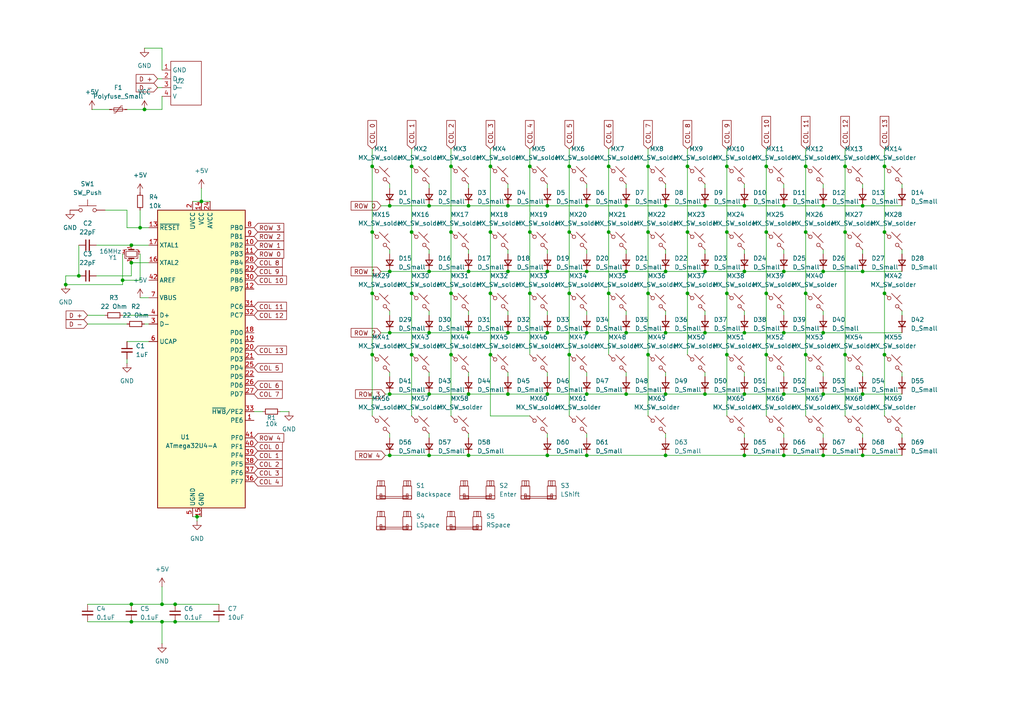
<source format=kicad_sch>
(kicad_sch (version 20231120) (generator "eeschema") (generator_version "8.0")
  (paper "A4")
  (junction (at 170.18 132.08))
  (junction (at 250.19 132.08))
  (junction (at 204.47 78.74))
  (junction (at 158.75 114.3))
  (junction (at 135.89 78.74))
  (junction (at 135.89 132.08))
  (junction (at 147.32 78.74))
  (junction (at 199.39 67.31))
  (junction (at 142.24 67.31))
  (junction (at 147.32 96.52))
  (junction (at 193.04 132.08))
  (junction (at 193.04 59.69))
  (junction (at 158.75 59.69))
  (junction (at 250.19 78.74))
  (junction (at 119.38 102.87))
  (junction (at 215.9 96.52))
  (junction (at 210.82 102.87))
  (junction (at 245.11 67.31))
  (junction (at 46.99 175.26))
  (junction (at 124.46 59.69))
  (junction (at 193.04 96.52))
  (junction (at 250.19 114.3))
  (junction (at 181.61 114.3))
  (junction (at 119.38 48.26))
  (junction (at 38.1 71.12))
  (junction (at 170.18 78.74))
  (junction (at 165.1 48.26))
  (junction (at 187.96 48.26))
  (junction (at 222.25 85.09))
  (junction (at 107.95 67.31))
  (junction (at 170.18 114.3))
  (junction (at 124.46 132.08))
  (junction (at 107.95 85.09))
  (junction (at 57.15 149.86))
  (junction (at 153.67 48.26))
  (junction (at 245.11 102.87))
  (junction (at 238.76 59.69))
  (junction (at 135.89 96.52))
  (junction (at 233.68 48.26))
  (junction (at 187.96 67.31))
  (junction (at 113.03 78.74))
  (junction (at 233.68 85.09))
  (junction (at 40.64 66.04))
  (junction (at 227.33 59.69))
  (junction (at 50.8 180.34))
  (junction (at 222.25 67.31))
  (junction (at 199.39 85.09))
  (junction (at 165.1 102.87))
  (junction (at 147.32 59.69))
  (junction (at 153.67 85.09))
  (junction (at 130.81 48.26))
  (junction (at 113.03 96.52))
  (junction (at 204.47 96.52))
  (junction (at 46.99 180.34))
  (junction (at 215.9 78.74))
  (junction (at 165.1 67.31))
  (junction (at 187.96 102.87))
  (junction (at 245.11 48.26))
  (junction (at 227.33 132.08))
  (junction (at 38.1 175.26))
  (junction (at 227.33 96.52))
  (junction (at 181.61 78.74))
  (junction (at 153.67 67.31))
  (junction (at 250.19 59.69))
  (junction (at 210.82 48.26))
  (junction (at 176.53 67.31))
  (junction (at 193.04 78.74))
  (junction (at 227.33 114.3))
  (junction (at 204.47 114.3))
  (junction (at 58.42 58.42))
  (junction (at 176.53 48.26))
  (junction (at 170.18 59.69))
  (junction (at 130.81 102.87))
  (junction (at 158.75 132.08))
  (junction (at 222.25 102.87))
  (junction (at 147.32 114.3))
  (junction (at 210.82 85.09))
  (junction (at 238.76 132.08))
  (junction (at 215.9 114.3))
  (junction (at 233.68 67.31))
  (junction (at 187.96 85.09))
  (junction (at 50.8 175.26))
  (junction (at 233.68 102.87))
  (junction (at 238.76 96.52))
  (junction (at 256.54 48.26))
  (junction (at 124.46 114.3))
  (junction (at 199.39 48.26))
  (junction (at 113.03 59.69))
  (junction (at 256.54 67.31))
  (junction (at 19.05 82.55))
  (junction (at 181.61 59.69))
  (junction (at 238.76 114.3))
  (junction (at 22.86 80.01))
  (junction (at 142.24 102.87))
  (junction (at 142.24 48.26))
  (junction (at 256.54 85.09))
  (junction (at 204.47 59.69))
  (junction (at 119.38 85.09))
  (junction (at 142.24 85.09))
  (junction (at 222.25 48.26))
  (junction (at 181.61 96.52))
  (junction (at 38.1 76.2))
  (junction (at 41.91 31.75))
  (junction (at 130.81 67.31))
  (junction (at 176.53 85.09))
  (junction (at 124.46 78.74))
  (junction (at 227.33 78.74))
  (junction (at 107.95 48.26))
  (junction (at 113.03 132.08))
  (junction (at 119.38 67.31))
  (junction (at 107.95 102.87))
  (junction (at 35.56 81.28))
  (junction (at 170.18 96.52))
  (junction (at 113.03 114.3))
  (junction (at 130.81 85.09))
  (junction (at 135.89 114.3))
  (junction (at 158.75 78.74))
  (junction (at 210.82 67.31))
  (junction (at 158.75 96.52))
  (junction (at 124.46 96.52))
  (junction (at 135.89 59.69))
  (junction (at 256.54 102.87))
  (junction (at 215.9 59.69))
  (junction (at 165.1 85.09))
  (junction (at 38.1 180.34))
  (junction (at 215.9 132.08))
  (junction (at 193.04 114.3))
  (junction (at 238.76 78.74))
  (wire (pts (xy 261.62 125.73) (xy 261.62 127)))
  (wire (pts (xy 238.76 78.74) (xy 250.19 78.74)))
  (wire (pts (xy 130.81 85.09) (xy 130.81 102.87)))
  (wire (pts (xy 158.75 78.74) (xy 170.18 78.74)))
  (wire (pts (xy 130.81 102.87) (xy 130.81 120.65)))
  (wire (pts (xy 176.53 48.26) (xy 176.53 67.31)))
  (wire (pts (xy 233.68 85.09) (xy 233.68 102.87)))
  (wire (pts (xy 250.19 72.39) (xy 250.19 73.66)))
  (wire (pts (xy 107.95 85.09) (xy 107.95 102.87)))
  (wire (pts (xy 147.32 72.39) (xy 147.32 73.66)))
  (wire (pts (xy 35.56 82.55) (xy 19.05 82.55)))
  (wire (pts (xy 165.1 67.31) (xy 165.1 85.09)))
  (wire (pts (xy 135.89 114.3) (xy 147.32 114.3)))
  (wire (pts (xy 222.25 85.09) (xy 222.25 102.87)))
  (wire (pts (xy 36.83 99.06) (xy 43.18 99.06)))
  (wire (pts (xy 142.24 85.09) (xy 142.24 102.87)))
  (wire (pts (xy 227.33 132.08) (xy 238.76 132.08)))
  (wire (pts (xy 113.03 78.74) (xy 124.46 78.74)))
  (wire (pts (xy 215.9 59.69) (xy 227.33 59.69)))
  (wire (pts (xy 147.32 78.74) (xy 158.75 78.74)))
  (wire (pts (xy 210.82 43.18) (xy 210.82 48.26)))
  (wire (pts (xy 193.04 125.73) (xy 193.04 127)))
  (wire (pts (xy 250.19 78.74) (xy 261.62 78.74)))
  (wire (pts (xy 46.99 13.97) (xy 46.99 20.32)))
  (wire (pts (xy 215.9 114.3) (xy 227.33 114.3)))
  (wire (pts (xy 46.99 180.34) (xy 50.8 180.34)))
  (wire (pts (xy 40.64 86.36) (xy 43.18 86.36)))
  (wire (pts (xy 50.8 180.34) (xy 63.5 180.34)))
  (wire (pts (xy 193.04 132.08) (xy 215.9 132.08)))
  (wire (pts (xy 181.61 90.17) (xy 181.61 91.44)))
  (wire (pts (xy 36.83 31.75) (xy 41.91 31.75)))
  (wire (pts (xy 153.67 48.26) (xy 153.67 67.31)))
  (wire (pts (xy 25.4 93.98) (xy 36.83 93.98)))
  (wire (pts (xy 110.49 59.69) (xy 113.03 59.69)))
  (wire (pts (xy 227.33 53.34) (xy 227.33 54.61)))
  (wire (pts (xy 46.99 175.26) (xy 50.8 175.26)))
  (wire (pts (xy 158.75 53.34) (xy 158.75 54.61)))
  (wire (pts (xy 119.38 102.87) (xy 119.38 120.65)))
  (wire (pts (xy 181.61 96.52) (xy 193.04 96.52)))
  (wire (pts (xy 153.67 120.65) (xy 142.24 120.65)))
  (wire (pts (xy 193.04 90.17) (xy 193.04 91.44)))
  (wire (pts (xy 158.75 114.3) (xy 170.18 114.3)))
  (wire (pts (xy 50.8 175.26) (xy 63.5 175.26)))
  (wire (pts (xy 19.05 80.01) (xy 22.86 80.01)))
  (wire (pts (xy 204.47 107.95) (xy 204.47 109.22)))
  (wire (pts (xy 176.53 85.09) (xy 176.53 102.87)))
  (wire (pts (xy 46.99 27.94) (xy 46.99 31.75)))
  (wire (pts (xy 130.81 43.18) (xy 130.81 48.26)))
  (wire (pts (xy 176.53 43.18) (xy 176.53 48.26)))
  (wire (pts (xy 119.38 67.31) (xy 119.38 85.09)))
  (wire (pts (xy 222.25 48.26) (xy 222.25 67.31)))
  (wire (pts (xy 107.95 48.26) (xy 107.95 67.31)))
  (wire (pts (xy 124.46 72.39) (xy 124.46 73.66)))
  (wire (pts (xy 147.32 107.95) (xy 147.32 109.22)))
  (wire (pts (xy 181.61 72.39) (xy 181.61 73.66)))
  (wire (pts (xy 124.46 53.34) (xy 124.46 54.61)))
  (wire (pts (xy 73.66 119.38) (xy 76.2 119.38)))
  (wire (pts (xy 187.96 67.31) (xy 187.96 85.09)))
  (wire (pts (xy 204.47 96.52) (xy 215.9 96.52)))
  (wire (pts (xy 25.4 180.34) (xy 38.1 180.34)))
  (wire (pts (xy 250.19 107.95) (xy 250.19 109.22)))
  (wire (pts (xy 256.54 43.18) (xy 256.54 48.26)))
  (wire (pts (xy 250.19 132.08) (xy 261.62 132.08)))
  (wire (pts (xy 110.49 78.74) (xy 113.03 78.74)))
  (wire (pts (xy 158.75 125.73) (xy 158.75 127)))
  (wire (pts (xy 113.03 107.95) (xy 113.03 109.22)))
  (wire (pts (xy 113.03 53.34) (xy 113.03 54.61)))
  (wire (pts (xy 245.11 48.26) (xy 245.11 67.31)))
  (wire (pts (xy 27.94 71.12) (xy 38.1 71.12)))
  (wire (pts (xy 46.99 31.75) (xy 41.91 31.75)))
  (wire (pts (xy 215.9 90.17) (xy 215.9 91.44)))
  (wire (pts (xy 233.68 48.26) (xy 233.68 67.31)))
  (wire (pts (xy 215.9 78.74) (xy 227.33 78.74)))
  (wire (pts (xy 238.76 53.34) (xy 238.76 54.61)))
  (wire (pts (xy 210.82 48.26) (xy 210.82 67.31)))
  (wire (pts (xy 204.47 53.34) (xy 204.47 54.61)))
  (wire (pts (xy 215.9 72.39) (xy 215.9 73.66)))
  (wire (pts (xy 238.76 59.69) (xy 250.19 59.69)))
  (wire (pts (xy 245.11 102.87) (xy 245.11 120.65)))
  (wire (pts (xy 124.46 132.08) (xy 135.89 132.08)))
  (wire (pts (xy 204.47 59.69) (xy 215.9 59.69)))
  (wire (pts (xy 222.25 102.87) (xy 222.25 120.65)))
  (wire (pts (xy 215.9 96.52) (xy 227.33 96.52)))
  (wire (pts (xy 187.96 102.87) (xy 187.96 120.65)))
  (wire (pts (xy 181.61 78.74) (xy 193.04 78.74)))
  (wire (pts (xy 170.18 72.39) (xy 170.18 73.66)))
  (wire (pts (xy 119.38 85.09) (xy 119.38 102.87)))
  (wire (pts (xy 193.04 53.34) (xy 193.04 54.61)))
  (wire (pts (xy 135.89 78.74) (xy 147.32 78.74)))
  (wire (pts (xy 35.56 81.28) (xy 35.56 82.55)))
  (wire (pts (xy 147.32 53.34) (xy 147.32 54.61)))
  (wire (pts (xy 193.04 72.39) (xy 193.04 73.66)))
  (wire (pts (xy 124.46 78.74) (xy 135.89 78.74)))
  (wire (pts (xy 238.76 107.95) (xy 238.76 109.22)))
  (wire (pts (xy 193.04 114.3) (xy 204.47 114.3)))
  (wire (pts (xy 233.68 43.18) (xy 233.68 48.26)))
  (wire (pts (xy 193.04 107.95) (xy 193.04 109.22)))
  (wire (pts (xy 227.33 59.69) (xy 238.76 59.69)))
  (wire (pts (xy 250.19 114.3) (xy 261.62 114.3)))
  (wire (pts (xy 38.1 175.26) (xy 46.99 175.26)))
  (wire (pts (xy 58.42 54.61) (xy 58.42 58.42)))
  (wire (pts (xy 55.88 149.86) (xy 57.15 149.86)))
  (wire (pts (xy 261.62 90.17) (xy 261.62 91.44)))
  (wire (pts (xy 227.33 96.52) (xy 238.76 96.52)))
  (wire (pts (xy 245.11 67.31) (xy 245.11 102.87)))
  (wire (pts (xy 250.19 125.73) (xy 250.19 127)))
  (wire (pts (xy 215.9 132.08) (xy 227.33 132.08)))
  (wire (pts (xy 227.33 114.3) (xy 238.76 114.3)))
  (wire (pts (xy 113.03 132.08) (xy 124.46 132.08)))
  (wire (pts (xy 113.03 90.17) (xy 113.03 91.44)))
  (wire (pts (xy 199.39 48.26) (xy 199.39 67.31)))
  (wire (pts (xy 124.46 96.52) (xy 135.89 96.52)))
  (wire (pts (xy 147.32 114.3) (xy 158.75 114.3)))
  (wire (pts (xy 41.91 93.98) (xy 43.18 93.98)))
  (wire (pts (xy 261.62 72.39) (xy 261.62 73.66)))
  (wire (pts (xy 256.54 67.31) (xy 256.54 85.09)))
  (wire (pts (xy 27.94 80.01) (xy 38.1 80.01)))
  (wire (pts (xy 124.46 125.73) (xy 124.46 127)))
  (wire (pts (xy 170.18 125.73) (xy 170.18 127)))
  (wire (pts (xy 40.64 60.96) (xy 40.64 66.04)))
  (wire (pts (xy 165.1 85.09) (xy 165.1 102.87)))
  (wire (pts (xy 170.18 53.34) (xy 170.18 54.61)))
  (wire (pts (xy 210.82 102.87) (xy 210.82 120.65)))
  (wire (pts (xy 227.33 78.74) (xy 238.76 78.74)))
  (wire (pts (xy 124.46 114.3) (xy 135.89 114.3)))
  (wire (pts (xy 111.76 132.08) (xy 113.03 132.08)))
  (wire (pts (xy 227.33 90.17) (xy 227.33 91.44)))
  (wire (pts (xy 170.18 114.3) (xy 181.61 114.3)))
  (wire (pts (xy 40.64 66.04) (xy 43.18 66.04)))
  (wire (pts (xy 233.68 102.87) (xy 233.68 120.65)))
  (wire (pts (xy 142.24 43.18) (xy 142.24 48.26)))
  (wire (pts (xy 25.4 91.44) (xy 30.48 91.44)))
  (wire (pts (xy 57.15 149.86) (xy 58.42 149.86)))
  (wire (pts (xy 199.39 43.18) (xy 199.39 48.26)))
  (wire (pts (xy 158.75 96.52) (xy 170.18 96.52)))
  (wire (pts (xy 38.1 71.12) (xy 43.18 71.12)))
  (wire (pts (xy 181.61 53.34) (xy 181.61 54.61)))
  (wire (pts (xy 204.47 90.17) (xy 204.47 91.44)))
  (wire (pts (xy 227.33 125.73) (xy 227.33 127)))
  (wire (pts (xy 261.62 107.95) (xy 261.62 109.22)))
  (wire (pts (xy 40.64 73.66) (xy 40.64 81.28)))
  (wire (pts (xy 204.47 114.3) (xy 215.9 114.3)))
  (wire (pts (xy 124.46 90.17) (xy 124.46 91.44)))
  (wire (pts (xy 261.62 53.34) (xy 261.62 54.61)))
  (wire (pts (xy 165.1 48.26) (xy 165.1 67.31)))
  (wire (pts (xy 107.95 102.87) (xy 107.95 120.65)))
  (wire (pts (xy 135.89 107.95) (xy 135.89 109.22)))
  (wire (pts (xy 250.19 53.34) (xy 250.19 54.61)))
  (wire (pts (xy 135.89 53.34) (xy 135.89 54.61)))
  (wire (pts (xy 36.83 104.14) (xy 36.83 105.41)))
  (wire (pts (xy 107.95 43.18) (xy 107.95 48.26)))
  (wire (pts (xy 170.18 90.17) (xy 170.18 91.44)))
  (wire (pts (xy 19.05 82.55) (xy 19.05 80.01)))
  (wire (pts (xy 199.39 67.31) (xy 199.39 85.09)))
  (wire (pts (xy 113.03 72.39) (xy 113.03 73.66)))
  (wire (pts (xy 22.86 71.12) (xy 22.86 80.01)))
  (wire (pts (xy 181.61 107.95) (xy 181.61 109.22)))
  (wire (pts (xy 238.76 132.08) (xy 250.19 132.08)))
  (wire (pts (xy 45.72 22.86) (xy 46.99 22.86)))
  (wire (pts (xy 46.99 180.34) (xy 46.99 186.69)))
  (wire (pts (xy 135.89 72.39) (xy 135.89 73.66)))
  (wire (pts (xy 204.47 72.39) (xy 204.47 73.66)))
  (wire (pts (xy 119.38 43.18) (xy 119.38 48.26)))
  (wire (pts (xy 238.76 114.3) (xy 250.19 114.3)))
  (wire (pts (xy 81.28 119.38) (xy 83.82 119.38)))
  (wire (pts (xy 142.24 48.26) (xy 142.24 67.31)))
  (wire (pts (xy 204.47 78.74) (xy 215.9 78.74)))
  (wire (pts (xy 113.03 125.73) (xy 113.03 127)))
  (wire (pts (xy 130.81 48.26) (xy 130.81 67.31)))
  (wire (pts (xy 227.33 107.95) (xy 227.33 109.22)))
  (wire (pts (xy 158.75 90.17) (xy 158.75 91.44)))
  (wire (pts (xy 124.46 59.69) (xy 135.89 59.69)))
  (wire (pts (xy 158.75 132.08) (xy 170.18 132.08)))
  (wire (pts (xy 46.99 170.18) (xy 46.99 175.26)))
  (wire (pts (xy 124.46 107.95) (xy 124.46 109.22)))
  (wire (pts (xy 165.1 102.87) (xy 165.1 120.65)))
  (wire (pts (xy 153.67 43.18) (xy 153.67 48.26)))
  (wire (pts (xy 181.61 114.3) (xy 193.04 114.3)))
  (wire (pts (xy 45.72 25.4) (xy 46.99 25.4)))
  (wire (pts (xy 210.82 85.09) (xy 210.82 102.87)))
  (wire (pts (xy 210.82 67.31) (xy 210.82 85.09)))
  (wire (pts (xy 147.32 59.69) (xy 158.75 59.69)))
  (wire (pts (xy 158.75 72.39) (xy 158.75 73.66)))
  (wire (pts (xy 147.32 90.17) (xy 147.32 91.44)))
  (wire (pts (xy 215.9 107.95) (xy 215.9 109.22)))
  (wire (pts (xy 38.1 180.34) (xy 46.99 180.34)))
  (wire (pts (xy 170.18 107.95) (xy 170.18 109.22)))
  (wire (pts (xy 135.89 90.17) (xy 135.89 91.44)))
  (wire (pts (xy 130.81 67.31) (xy 130.81 85.09)))
  (wire (pts (xy 256.54 85.09) (xy 256.54 102.87)))
  (wire (pts (xy 215.9 125.73) (xy 215.9 127)))
  (wire (pts (xy 193.04 96.52) (xy 204.47 96.52)))
  (wire (pts (xy 193.04 59.69) (xy 204.47 59.69)))
  (wire (pts (xy 187.96 43.18) (xy 187.96 48.26)))
  (wire (pts (xy 55.88 58.42) (xy 58.42 58.42)))
  (wire (pts (xy 176.53 67.31) (xy 176.53 85.09)))
  (wire (pts (xy 113.03 59.69) (xy 124.46 59.69)))
  (wire (pts (xy 238.76 72.39) (xy 238.76 73.66)))
  (wire (pts (xy 41.91 13.97) (xy 46.99 13.97)))
  (wire (pts (xy 135.89 59.69) (xy 147.32 59.69)))
  (wire (pts (xy 113.03 114.3) (xy 124.46 114.3)))
  (wire (pts (xy 250.19 59.69) (xy 261.62 59.69)))
  (wire (pts (xy 153.67 67.31) (xy 153.67 85.09)))
  (wire (pts (xy 30.48 60.96) (xy 36.83 60.96)))
  (wire (pts (xy 187.96 85.09) (xy 187.96 102.87)))
  (wire (pts (xy 238.76 125.73) (xy 238.76 127)))
  (wire (pts (xy 158.75 59.69) (xy 170.18 59.69)))
  (wire (pts (xy 57.15 149.86) (xy 57.15 151.13)))
  (wire (pts (xy 135.89 132.08) (xy 158.75 132.08)))
  (wire (pts (xy 26.67 31.75) (xy 31.75 31.75)))
  (wire (pts (xy 215.9 53.34) (xy 215.9 54.61)))
  (wire (pts (xy 38.1 76.2) (xy 43.18 76.2)))
  (wire (pts (xy 187.96 48.26) (xy 187.96 67.31)))
  (wire (pts (xy 256.54 102.87) (xy 256.54 120.65)))
  (wire (pts (xy 233.68 67.31) (xy 233.68 85.09)))
  (wire (pts (xy 170.18 132.08) (xy 193.04 132.08)))
  (wire (pts (xy 35.56 91.44) (xy 43.18 91.44)))
  (wire (pts (xy 142.24 120.65) (xy 142.24 102.87)))
  (wire (pts (xy 222.25 67.31) (xy 222.25 85.09)))
  (wire (pts (xy 107.95 67.31) (xy 107.95 85.09)))
  (wire (pts (xy 36.83 66.04) (xy 40.64 66.04)))
  (wire (pts (xy 135.89 96.52) (xy 147.32 96.52)))
  (wire (pts (xy 222.25 43.18) (xy 222.25 48.26)))
  (wire (pts (xy 36.83 60.96) (xy 36.83 66.04)))
  (wire (pts (xy 58.42 58.42) (xy 60.96 58.42)))
  (wire (pts (xy 193.04 78.74) (xy 204.47 78.74)))
  (wire (pts (xy 111.76 114.3) (xy 113.03 114.3)))
  (wire (pts (xy 158.75 107.95) (xy 158.75 109.22)))
  (wire (pts (xy 119.38 48.26) (xy 119.38 67.31)))
  (wire (pts (xy 153.67 85.09) (xy 153.67 102.87)))
  (wire (pts (xy 40.64 81.28) (xy 35.56 81.28)))
  (wire (pts (xy 165.1 43.18) (xy 165.1 48.26)))
  (wire (pts (xy 113.03 96.52) (xy 124.46 96.52)))
  (wire (pts (xy 238.76 90.17) (xy 238.76 91.44)))
  (wire (pts (xy 227.33 72.39) (xy 227.33 73.66)))
  (wire (pts (xy 110.49 96.52) (xy 113.03 96.52)))
  (wire (pts (xy 135.89 125.73) (xy 135.89 127)))
  (wire (pts (xy 199.39 85.09) (xy 199.39 102.87)))
  (wire (pts (xy 170.18 78.74) (xy 181.61 78.74)))
  (wire (pts (xy 38.1 80.01) (xy 38.1 76.2)))
  (wire (pts (xy 147.32 96.52) (xy 158.75 96.52)))
  (wire (pts (xy 170.18 96.52) (xy 181.61 96.52)))
  (wire (pts (xy 35.56 73.66) (xy 35.56 81.28)))
  (wire (pts (xy 142.24 67.31) (xy 142.24 85.09)))
  (wire (pts (xy 245.11 43.18) (xy 245.11 48.26)))
  (wire (pts (xy 238.76 96.52) (xy 261.62 96.52)))
  (wire (pts (xy 25.4 175.26) (xy 38.1 175.26)))
  (wire (pts (xy 170.18 59.69) (xy 181.61 59.69)))
  (wire (pts (xy 181.61 59.69) (xy 193.04 59.69)))
  (wire (pts (xy 256.54 48.26) (xy 256.54 67.31)))
  (global_label "ROW 0" (shape input) (at 110.49 59.69 180) (property "Intersheetrefs" "${INTERSHEET_REFS}" (effects (hide yes))))
  (global_label "COL 8" (shape input) (at 199.39 43.18 90) (property "Intersheetrefs" "${INTERSHEET_REFS}" (effects (hide yes))))
  (global_label "COL 5" (shape input) (at 165.1 43.18 90) (property "Intersheetrefs" "${INTERSHEET_REFS}" (effects (hide yes))))
  (global_label "COL 8" (shape input) (at 73.66 76.2 0) (property "Intersheetrefs" "${INTERSHEET_REFS}" (effects (hide yes))))
  (global_label "COL 13" (shape input) (at 73.66 101.6 0) (property "Intersheetrefs" "${INTERSHEET_REFS}" (effects (hide yes))))
  (global_label "ROW 3" (shape input) (at 111.76 114.3 180) (property "Intersheetrefs" "${INTERSHEET_REFS}" (effects (hide yes))))
  (global_label "COL 3" (shape input) (at 73.66 137.16 0) (property "Intersheetrefs" "${INTERSHEET_REFS}" (effects (hide yes))))
  (global_label "COL 7" (shape input) (at 187.96 43.18 90) (property "Intersheetrefs" "${INTERSHEET_REFS}" (effects (hide yes))))
  (global_label "D -" (shape input) (at 45.72 25.4 180) (property "Intersheetrefs" "${INTERSHEET_REFS}" (effects (hide yes))))
  (global_label "COL 9" (shape input) (at 210.82 43.18 90) (property "Intersheetrefs" "${INTERSHEET_REFS}" (effects (hide yes))))
  (global_label "COL 13" (shape input) (at 256.54 43.18 90) (property "Intersheetrefs" "${INTERSHEET_REFS}" (effects (hide yes))))
  (global_label "ROW 4" (shape input) (at 111.76 132.08 180) (property "Intersheetrefs" "${INTERSHEET_REFS}" (effects (hide yes))))
  (global_label "ROW 2" (shape input) (at 73.66 68.58 0) (property "Intersheetrefs" "${INTERSHEET_REFS}" (effects (hide yes))))
  (global_label "COL 4" (shape input) (at 153.67 43.18 90) (property "Intersheetrefs" "${INTERSHEET_REFS}" (effects (hide yes))))
  (global_label "D +" (shape input) (at 25.4 91.44 180) (property "Intersheetrefs" "${INTERSHEET_REFS}" (effects (hide yes))))
  (global_label "COL 11" (shape input) (at 233.68 43.18 90) (property "Intersheetrefs" "${INTERSHEET_REFS}" (effects (hide yes))))
  (global_label "COL 3" (shape input) (at 142.24 43.18 90) (property "Intersheetrefs" "${INTERSHEET_REFS}" (effects (hide yes))))
  (global_label "COL 6" (shape input) (at 176.53 43.18 90) (property "Intersheetrefs" "${INTERSHEET_REFS}" (effects (hide yes))))
  (global_label "ROW 0" (shape input) (at 73.66 73.66 0) (property "Intersheetrefs" "${INTERSHEET_REFS}" (effects (hide yes))))
  (global_label "COL 6" (shape input) (at 73.66 111.76 0) (property "Intersheetrefs" "${INTERSHEET_REFS}" (effects (hide yes))))
  (global_label "COL 2" (shape input) (at 130.81 43.18 90) (property "Intersheetrefs" "${INTERSHEET_REFS}" (effects (hide yes))))
  (global_label "ROW 1" (shape input) (at 73.66 71.12 0) (property "Intersheetrefs" "${INTERSHEET_REFS}" (effects (hide yes))))
  (global_label "D +" (shape input) (at 45.72 22.86 180) (property "Intersheetrefs" "${INTERSHEET_REFS}" (effects (hide yes))))
  (global_label "ROW 2" (shape input) (at 110.49 96.52 180) (property "Intersheetrefs" "${INTERSHEET_REFS}" (effects (hide yes))))
  (global_label "COL 12" (shape input) (at 73.66 91.44 0) (property "Intersheetrefs" "${INTERSHEET_REFS}" (effects (hide yes))))
  (global_label "COL 4" (shape input) (at 73.66 139.7 0) (property "Intersheetrefs" "${INTERSHEET_REFS}" (effects (hide yes))))
  (global_label "D -" (shape input) (at 25.4 93.98 180) (property "Intersheetrefs" "${INTERSHEET_REFS}" (effects (hide yes))))
  (global_label "COL 12" (shape input) (at 245.11 43.18 90) (property "Intersheetrefs" "${INTERSHEET_REFS}" (effects (hide yes))))
  (global_label "COL 2" (shape input) (at 73.66 134.62 0) (property "Intersheetrefs" "${INTERSHEET_REFS}" (effects (hide yes))))
  (global_label "COL 10" (shape input) (at 222.25 43.18 90) (property "Intersheetrefs" "${INTERSHEET_REFS}" (effects (hide yes))))
  (global_label "COL 1" (shape input) (at 119.38 43.18 90) (property "Intersheetrefs" "${INTERSHEET_REFS}" (effects (hide yes))))
  (global_label "COL 0" (shape input) (at 73.66 129.54 0) (property "Intersheetrefs" "${INTERSHEET_REFS}" (effects (hide yes))))
  (global_label "COL 10" (shape input) (at 73.66 81.28 0) (property "Intersheetrefs" "${INTERSHEET_REFS}" (effects (hide yes))))
  (global_label "ROW 1" (shape input) (at 110.49 78.74 180) (property "Intersheetrefs" "${INTERSHEET_REFS}" (effects (hide yes))))
  (global_label "ROW 3" (shape input) (at 73.66 66.04 0) (property "Intersheetrefs" "${INTERSHEET_REFS}" (effects (hide yes))))
  (global_label "COL 11" (shape input) (at 73.66 88.9 0) (property "Intersheetrefs" "${INTERSHEET_REFS}" (effects (hide yes))))
  (global_label "COL 0" (shape input) (at 107.95 43.18 90) (property "Intersheetrefs" "${INTERSHEET_REFS}" (effects (hide yes))))
  (global_label "COL 7" (shape input) (at 73.66 114.3 0) (property "Intersheetrefs" "${INTERSHEET_REFS}" (effects (hide yes))))
  (global_label "COL 1" (shape input) (at 73.66 132.08 0) (property "Intersheetrefs" "${INTERSHEET_REFS}" (effects (hide yes))))
  (global_label "COL 5" (shape input) (at 73.66 106.68 0) (property "Intersheetrefs" "${INTERSHEET_REFS}" (effects (hide yes))))
  (global_label "ROW 4" (shape input) (at 73.66 127 0) (property "Intersheetrefs" "${INTERSHEET_REFS}" (effects (hide yes))))
  (global_label "COL 9" (shape input) (at 73.66 78.74 0) (property "Intersheetrefs" "${INTERSHEET_REFS}" (effects (hide yes))))
  (symbol (lib_id "marbastlib-mx:MX_SW_solder") (at 121.92 87.63 0) (unit 1)
    (property "Reference" "MX30" (at 121.92 80.01 0))
    (property "Value" "MX_SW_solder" (at 121.92 82.55 0))
    (property "Footprint" "marbastlib-mx:SW_MX_1u" (effects (hide yes)))
    (property "Description" "Push button switch, normally open, two pins, 45° tilted" (effects (hide yes)))
  )
  (symbol (lib_id "marbastlib-mx:MX_SW_solder") (at 213.36 50.8 0) (unit 1)
    (property "Reference" "MX10" (at 213.36 43.18 0))
    (property "Value" "MX_SW_solder" (at 213.36 45.72 0))
    (property "Footprint" "marbastlib-mx:SW_MX_1u" (effects (hide yes)))
    (property "Description" "Push button switch, normally open, two pins, 45° tilted" (effects (hide yes)))
  )
  (symbol (lib_id "marbastlib-mx:MX_SW_solder") (at 179.07 105.41 0) (unit 1)
    (property "Reference" "MX48" (at 179.07 97.79 0))
    (property "Value" "MX_SW_solder" (at 179.07 100.33 0))
    (property "Footprint" "marbastlib-mx:SW_MX_1u" (effects (hide yes)))
    (property "Description" "Push button switch, normally open, two pins, 45° tilted" (effects (hide yes)))
  )
  (symbol (lib_id "marbastlib-mx:MX_SW_solder") (at 110.49 87.63 0) (unit 1)
    (property "Reference" "MX29" (at 110.49 80.01 0))
    (property "Value" "MX_SW_solder" (at 110.49 82.55 0))
    (property "Footprint" "marbastlib-mx:SW_MX_1.75u" (effects (hide yes)))
    (property "Description" "Push button switch, normally open, two pins, 45° tilted" (effects (hide yes)))
  )
  (symbol (lib_id "marbastlib-mx:MX_SW_solder") (at 247.65 105.41 0) (unit 1)
    (property "Reference" "MX54" (at 247.65 97.79 0))
    (property "Value" "MX_SW_solder" (at 247.65 100.33 0))
    (property "Footprint" "marbastlib-mx:SW_MX_1u" (effects (hide yes)))
    (property "Description" "Push button switch, normally open, two pins, 45° tilted" (effects (hide yes)))
  )
  (symbol (lib_id "Device:D_Small") (at 113.03 129.54 90) (unit 1)
    (property "Reference" "D56" (at 115.57 128.2699 90) (effects (justify right)))
    (property "Value" "D_Small" (at 115.57 130.8099 90) (effects (justify right)))
    (property "Footprint" "Diode_SMD:D_SOD-123" (effects (hide yes)))
    (property "Description" "Diode, small symbol" (effects (hide yes)))
    (property "Sim.Device" "D" (effects (hide yes)))
    (property "Sim.Pins" "1=K 2=A" (effects (hide yes)))
  )
  (symbol (lib_id "Device:D_Small") (at 158.75 111.76 90) (unit 1)
    (property "Reference" "D46" (at 161.29 110.4899 90) (effects (justify right)))
    (property "Value" "D_Small" (at 161.29 113.0299 90) (effects (justify right)))
    (property "Footprint" "Diode_SMD:D_SOD-123" (effects (hide yes)))
    (property "Description" "Diode, small symbol" (effects (hide yes)))
    (property "Sim.Device" "D" (effects (hide yes)))
    (property "Sim.Pins" "1=K 2=A" (effects (hide yes)))
  )
  (symbol (lib_id "power:GND") (at 19.05 82.55 0) (unit 1)
    (property "Reference" "#PWR010" (effects (hide yes)))
    (property "Value" "GND" (at 19.05 87.63 0))
    (property "Description" "Power symbol creates a global label with name \"GND\" , ground" (effects (hide yes)))
  )
  (symbol (lib_id "marbastlib-mx:MX_SW_solder") (at 190.5 105.41 0) (unit 1)
    (property "Reference" "MX49" (at 190.5 97.79 0))
    (property "Value" "MX_SW_solder" (at 190.5 100.33 0))
    (property "Footprint" "marbastlib-mx:SW_MX_1u" (effects (hide yes)))
    (property "Description" "Push button switch, normally open, two pins, 45° tilted" (effects (hide yes)))
  )
  (symbol (lib_id "Device:D_Small") (at 158.75 93.98 90) (unit 1)
    (property "Reference" "D33" (at 161.29 92.7099 90) (effects (justify right)))
    (property "Value" "D_Small" (at 161.29 95.2499 90) (effects (justify right)))
    (property "Footprint" "Diode_SMD:D_SOD-123" (effects (hide yes)))
    (property "Description" "Diode, small symbol" (effects (hide yes)))
    (property "Sim.Device" "D" (effects (hide yes)))
    (property "Sim.Pins" "1=K 2=A" (effects (hide yes)))
  )
  (symbol (lib_id "Device:C_Small") (at 38.1 177.8 0) (unit 1)
    (property "Reference" "C5" (at 40.64 176.5362 0) (effects (justify left)))
    (property "Value" "0.1uF" (at 40.64 179.0762 0) (effects (justify left)))
    (property "Footprint" "Capacitor_SMD:C_0805_2012Metric" (effects (hide yes)))
    (property "Description" "Unpolarized capacitor, small symbol" (effects (hide yes)))
  )
  (symbol (lib_id "Device:D_Small") (at 147.32 93.98 90) (unit 1)
    (property "Reference" "D32" (at 149.86 92.7099 90) (effects (justify right)))
    (property "Value" "D_Small" (at 149.86 95.2499 90) (effects (justify right)))
    (property "Footprint" "Diode_SMD:D_SOD-123" (effects (hide yes)))
    (property "Description" "Diode, small symbol" (effects (hide yes)))
    (property "Sim.Device" "D" (effects (hide yes)))
    (property "Sim.Pins" "1=K 2=A" (effects (hide yes)))
  )
  (symbol (lib_id "Device:D_Small") (at 113.03 57.15 90) (unit 1)
    (property "Reference" "D1" (at 115.57 55.8799 90) (effects (justify right)))
    (property "Value" "D_Small" (at 115.57 58.4199 90) (effects (justify right)))
    (property "Footprint" "Diode_SMD:D_SOD-123" (effects (hide yes)))
    (property "Description" "Diode, small symbol" (effects (hide yes)))
    (property "Sim.Device" "D" (effects (hide yes)))
    (property "Sim.Pins" "1=K 2=A" (effects (hide yes)))
  )
  (symbol (lib_id "Device:D_Small") (at 170.18 93.98 90) (unit 1)
    (property "Reference" "D34" (at 172.72 92.7099 90) (effects (justify right)))
    (property "Value" "D_Small" (at 172.72 95.2499 90) (effects (justify right)))
    (property "Footprint" "Diode_SMD:D_SOD-123" (effects (hide yes)))
    (property "Description" "Diode, small symbol" (effects (hide yes)))
    (property "Sim.Device" "D" (effects (hide yes)))
    (property "Sim.Pins" "1=K 2=A" (effects (hide yes)))
  )
  (symbol (lib_id "marbastlib-mx:MX_SW_solder") (at 213.36 123.19 0) (unit 1)
    (property "Reference" "MX65" (at 213.36 115.57 0))
    (property "Value" "MX_SW_solder" (at 213.36 118.11 0))
    (property "Footprint" "marbastlib-mx:SW_MX_1u" (effects (hide yes)))
    (property "Description" "Push button switch, normally open, two pins, 45° tilted" (effects (hide yes)))
  )
  (symbol (lib_id "marbastlib-mx:MX_SW_solder") (at 144.78 87.63 0) (unit 1)
    (property "Reference" "MX32" (at 144.78 80.01 0))
    (property "Value" "MX_SW_solder" (at 144.78 82.55 0))
    (property "Footprint" "marbastlib-mx:SW_MX_1u" (effects (hide yes)))
    (property "Description" "Push button switch, normally open, two pins, 45° tilted" (effects (hide yes)))
  )
  (symbol (lib_id "marbastlib-mx:MX_SW_solder") (at 110.49 123.19 0) (unit 1)
    (property "Reference" "MX56" (at 110.49 115.57 0))
    (property "Value" "MX_SW_solder" (at 110.49 118.11 0))
    (property "Footprint" "marbastlib-mx:SW_MX_1.25u" (effects (hide yes)))
    (property "Description" "Push button switch, normally open, two pins, 45° tilted" (effects (hide yes)))
  )
  (symbol (lib_id "Device:C_Small") (at 25.4 80.01 90) (unit 1)
    (property "Reference" "C3" (at 25.4063 73.66 90))
    (property "Value" "22pF" (at 25.4063 76.2 90))
    (property "Footprint" "Capacitor_SMD:C_0805_2012Metric" (effects (hide yes)))
    (property "Description" "Unpolarized capacitor, small symbol" (effects (hide yes)))
  )
  (symbol (lib_id "marbastlib-mx:MX_SW_solder") (at 179.07 50.8 0) (unit 1)
    (property "Reference" "MX7" (at 179.07 43.18 0))
    (property "Value" "MX_SW_solder" (at 179.07 45.72 0))
    (property "Footprint" "marbastlib-mx:SW_MX_1u" (effects (hide yes)))
    (property "Description" "Push button switch, normally open, two pins, 45° tilted" (effects (hide yes)))
  )
  (symbol (lib_id "Device:D_Small") (at 250.19 76.2 90) (unit 1)
    (property "Reference" "D27" (at 252.73 74.9299 90) (effects (justify right)))
    (property "Value" "D_Small" (at 252.73 77.4699 90) (effects (justify right)))
    (property "Footprint" "Diode_SMD:D_SOD-123" (effects (hide yes)))
    (property "Description" "Diode, small symbol" (effects (hide yes)))
    (property "Sim.Device" "D" (effects (hide yes)))
    (property "Sim.Pins" "1=K 2=A" (effects (hide yes)))
  )
  (symbol (lib_id "Device:D_Small") (at 238.76 111.76 90) (unit 1)
    (property "Reference" "D53" (at 241.3 110.4899 90) (effects (justify right)))
    (property "Value" "D_Small" (at 241.3 113.0299 90) (effects (justify right)))
    (property "Footprint" "Diode_SMD:D_SOD-123" (effects (hide yes)))
    (property "Description" "Diode, small symbol" (effects (hide yes)))
    (property "Sim.Device" "D" (effects (hide yes)))
    (property "Sim.Pins" "1=K 2=A" (effects (hide yes)))
  )
  (symbol (lib_id "Device:D_Small") (at 204.47 76.2 90) (unit 1)
    (property "Reference" "D23" (at 207.01 74.9299 90) (effects (justify right)))
    (property "Value" "D_Small" (at 207.01 77.4699 90) (effects (justify right)))
    (property "Footprint" "Diode_SMD:D_SOD-123" (effects (hide yes)))
    (property "Description" "Diode, small symbol" (effects (hide yes)))
    (property "Sim.Device" "D" (effects (hide yes)))
    (property "Sim.Pins" "1=K 2=A" (effects (hide yes)))
  )
  (symbol (lib_id "Device:R_Small") (at 40.64 58.42 0) (unit 1)
    (property "Reference" "R4" (at 43.18 57.1499 0) (effects (justify left)))
    (property "Value" "10k" (at 43.18 59.6899 0) (effects (justify left)))
    (property "Footprint" "Resistor_SMD:R_0805_2012Metric" (effects (hide yes)))
    (property "Description" "Resistor, small symbol" (effects (hide yes)))
  )
  (symbol (lib_id "Device:D_Small") (at 147.32 111.76 90) (unit 1)
    (property "Reference" "D45" (at 149.86 110.4899 90) (effects (justify right)))
    (property "Value" "D_Small" (at 149.86 113.0299 90) (effects (justify right)))
    (property "Footprint" "Diode_SMD:D_SOD-123" (effects (hide yes)))
    (property "Description" "Diode, small symbol" (effects (hide yes)))
    (property "Sim.Device" "D" (effects (hide yes)))
    (property "Sim.Pins" "1=K 2=A" (effects (hide yes)))
  )
  (symbol (lib_id "marbastlib-mx:MX_SW_solder") (at 167.64 87.63 0) (unit 1)
    (property "Reference" "MX34" (at 167.64 80.01 0))
    (property "Value" "MX_SW_solder" (at 167.64 82.55 0))
    (property "Footprint" "marbastlib-mx:SW_MX_1u" (effects (hide yes)))
    (property "Description" "Push button switch, normally open, two pins, 45° tilted" (effects (hide yes)))
  )
  (symbol (lib_id "Device:Polyfuse_Small") (at 34.29 31.75 90) (unit 1)
    (property "Reference" "F1" (at 34.29 25.4 90))
    (property "Value" "Polyfuse_Small" (at 34.29 27.94 90))
    (property "Footprint" "Fuse:Fuse_1206_3216Metric" (effects (hide yes)))
    (property "Description" "Resettable fuse, polymeric positive temperature coefficient, small symbol" (effects (hide yes)))
  )
  (symbol (lib_id "power:GND") (at 57.15 151.13 0) (unit 1)
    (property "Reference" "#PWR02" (effects (hide yes)))
    (property "Value" "GND" (at 57.15 156.21 0))
    (property "Description" "Power symbol creates a global label with name \"GND\" , ground" (effects (hide yes)))
  )
  (symbol (lib_id "marbastlib-mx:MX_stab") (at 156.21 142.24 0) (unit 1)
    (property "Reference" "S3" (at 162.56 140.8429 0) (effects (justify left)))
    (property "Value" "LShift" (at 162.56 143.3829 0) (effects (justify left)))
    (property "Footprint" "marbastlib-mx:STAB_MX_2u" (effects (hide yes)))
    (property "Description" "Cherry MX-style stabilizer" (effects (hide yes)))
  )
  (symbol (lib_id "marbastlib-mx:MX_SW_solder") (at 156.21 105.41 0) (unit 1)
    (property "Reference" "MX46" (at 156.21 97.79 0))
    (property "Value" "MX_SW_solder" (at 156.21 100.33 0))
    (property "Footprint" "marbastlib-mx:SW_MX_1u" (effects (hide yes)))
    (property "Description" "Push button switch, normally open, two pins, 45° tilted" (effects (hide yes)))
  )
  (symbol (lib_id "power:+5V") (at 40.64 55.88 0) (unit 1)
    (property "Reference" "#PWR05" (effects (hide yes)))
    (property "Value" "+5V" (at 40.64 50.8 0))
    (property "Description" "Power symbol creates a global label with name \"+5V\"" (effects (hide yes)))
  )
  (symbol (lib_id "marbastlib-mx:MX_SW_solder") (at 156.21 123.19 0) (unit 1)
    (property "Reference" "MX60" (at 156.21 115.57 0))
    (property "Value" "MX_SW_solder" (at 156.21 118.11 0))
    (property "Footprint" "marbastlib-mx:SW_MX_1u" (effects (hide yes)))
    (property "Description" "Push button switch, normally open, two pins, 45° tilted" (effects (hide yes)))
  )
  (symbol (lib_id "Switch:SW_Push") (at 25.4 60.96 0) (unit 1)
    (property "Reference" "SW1" (at 25.4 53.34 0))
    (property "Value" "SW_Push" (at 25.4 55.88 0))
    (property "Footprint" "random-keyboard-parts:SKQG-1155865" (effects (hide yes)))
    (property "Description" "Push button switch, generic, two pins" (effects (hide yes)))
  )
  (symbol (lib_id "Device:R_Small") (at 78.74 119.38 90) (unit 1)
    (property "Reference" "R1" (at 78.74 121.158 90))
    (property "Value" "10k" (at 78.74 122.936 90))
    (property "Footprint" "Resistor_SMD:R_0805_2012Metric" (effects (hide yes)))
    (property "Description" "Resistor, small symbol" (effects (hide yes)))
  )
  (symbol (lib_id "marbastlib-mx:MX_SW_solder") (at 224.79 69.85 0) (unit 1)
    (property "Reference" "MX25" (at 224.79 62.23 0))
    (property "Value" "MX_SW_solder" (at 224.79 64.77 0))
    (property "Footprint" "marbastlib-mx:SW_MX_1u" (effects (hide yes)))
    (property "Description" "Push button switch, normally open, two pins, 45° tilted" (effects (hide yes)))
  )
  (symbol (lib_id "power:GND") (at 20.32 60.96 0) (unit 1)
    (property "Reference" "#PWR04" (effects (hide yes)))
    (property "Value" "GND" (at 20.32 66.04 0))
    (property "Description" "Power symbol creates a global label with name \"GND\" , ground" (effects (hide yes)))
  )
  (symbol (lib_id "marbastlib-mx:MX_SW_solder") (at 236.22 50.8 0) (unit 1)
    (property "Reference" "MX12" (at 236.22 43.18 0))
    (property "Value" "MX_SW_solder" (at 236.22 45.72 0))
    (property "Footprint" "marbastlib-mx:SW_MX_1u" (effects (hide yes)))
    (property "Description" "Push button switch, normally open, two pins, 45° tilted" (effects (hide yes)))
  )
  (symbol (lib_id "Device:D_Small") (at 181.61 111.76 90) (unit 1)
    (property "Reference" "D48" (at 184.15 110.4899 90) (effects (justify right)))
    (property "Value" "D_Small" (at 184.15 113.0299 90) (effects (justify right)))
    (property "Footprint" "Diode_SMD:D_SOD-123" (effects (hide yes)))
    (property "Description" "Diode, small symbol" (effects (hide yes)))
    (property "Sim.Device" "D" (effects (hide yes)))
    (property "Sim.Pins" "1=K 2=A" (effects (hide yes)))
  )
  (symbol (lib_id "marbastlib-mx:MX_SW_solder") (at 224.79 105.41 0) (unit 1)
    (property "Reference" "MX52" (at 224.79 97.79 0))
    (property "Value" "MX_SW_solder" (at 224.79 100.33 0))
    (property "Footprint" "marbastlib-mx:SW_MX_1u" (effects (hide yes)))
    (property "Description" "Push button switch, normally open, two pins, 45° tilted" (effects (hide yes)))
  )
  (symbol (lib_id "Device:D_Small") (at 238.76 93.98 90) (unit 1)
    (property "Reference" "D40" (at 241.3 92.7099 90) (effects (justify right)))
    (property "Value" "D_Small" (at 241.3 95.2499 90) (effects (justify right)))
    (property "Footprint" "Diode_SMD:D_SOD-123" (effects (hide yes)))
    (property "Description" "Diode, small symbol" (effects (hide yes)))
    (property "Sim.Device" "D" (effects (hide yes)))
    (property "Sim.Pins" "1=K 2=A" (effects (hide yes)))
  )
  (symbol (lib_id "Device:D_Small") (at 147.32 76.2 90) (unit 1)
    (property "Reference" "D18" (at 149.86 74.9299 90) (effects (justify right)))
    (property "Value" "D_Small" (at 149.86 77.4699 90) (effects (justify right)))
    (property "Footprint" "Diode_SMD:D_SOD-123" (effects (hide yes)))
    (property "Description" "Diode, small symbol" (effects (hide yes)))
    (property "Sim.Device" "D" (effects (hide yes)))
    (property "Sim.Pins" "1=K 2=A" (effects (hide yes)))
  )
  (symbol (lib_id "marbastlib-mx:MX_SW_solder") (at 110.49 105.41 0) (unit 1)
    (property "Reference" "MX41" (at 110.49 97.79 0))
    (property "Value" "MX_SW_solder" (at 110.49 100.33 0))
    (property "Footprint" "marbastlib-mx:SW_MX_1u" (effects (hide yes)))
    (property "Description" "Push button switch, normally open, two pins, 45° tilted" (effects (hide yes)))
  )
  (symbol (lib_id "marbastlib-mx:MX_SW_solder") (at 110.49 50.8 0) (unit 1)
    (property "Reference" "MX1" (at 110.49 43.18 0))
    (property "Value" "MX_SW_solder" (at 110.49 45.72 0))
    (property "Footprint" "marbastlib-mx:SW_MX_1u" (effects (hide yes)))
    (property "Description" "Push button switch, normally open, two pins, 45° tilted" (effects (hide yes)))
  )
  (symbol (lib_id "Device:D_Small") (at 158.75 57.15 90) (unit 1)
    (property "Reference" "D5" (at 161.29 55.8799 90) (effects (justify right)))
    (property "Value" "D_Small" (at 161.29 58.4199 90) (effects (justify right)))
    (property "Footprint" "Diode_SMD:D_SOD-123" (effects (hide yes)))
    (property "Description" "Diode, small symbol" (effects (hide yes)))
    (property "Sim.Device" "D" (effects (hide yes)))
    (property "Sim.Pins" "1=K 2=A" (effects (hide yes)))
  )
  (symbol (lib_id "marbastlib-mx:MX_SW_solder") (at 179.07 87.63 0) (unit 1)
    (property "Reference" "MX35" (at 179.07 80.01 0))
    (property "Value" "MX_SW_solder" (at 179.07 82.55 0))
    (property "Footprint" "marbastlib-mx:SW_MX_1u" (effects (hide yes)))
    (property "Description" "Push button switch, normally open, two pins, 45° tilted" (effects (hide yes)))
  )
  (symbol (lib_id "power:+5V") (at 46.99 170.18 0) (unit 1)
    (property "Reference" "#PWR09" (effects (hide yes)))
    (property "Value" "+5V" (at 46.99 165.1 0))
    (property "Description" "Power symbol creates a global label with name \"+5V\"" (effects (hide yes)))
  )
  (symbol (lib_id "marbastlib-mx:MX_SW_solder") (at 167.64 105.41 0) (unit 1)
    (property "Reference" "MX47" (at 167.64 97.79 0))
    (property "Value" "MX_SW_solder" (at 167.64 100.33 0))
    (property "Footprint" "marbastlib-mx:SW_MX_1u" (effects (hide yes)))
    (property "Description" "Push button switch, normally open, two pins, 45° tilted" (effects (hide yes)))
  )
  (symbol (lib_id "marbastlib-mx:MX_SW_solder") (at 167.64 123.19 0) (unit 1)
    (property "Reference" "MX61" (at 167.64 115.57 0))
    (property "Value" "MX_SW_solder" (at 167.64 118.11 0))
    (property "Footprint" "marbastlib-mx:SW_MX_1u" (effects (hide yes)))
    (property "Description" "Push button switch, normally open, two pins, 45° tilted" (effects (hide yes)))
  )
  (symbol (lib_id "Device:D_Small") (at 193.04 111.76 90) (unit 1)
    (property "Reference" "D49" (at 195.58 110.4899 90) (effects (justify right)))
    (property "Value" "D_Small" (at 195.58 113.0299 90) (effects (justify right)))
    (property "Footprint" "Diode_SMD:D_SOD-123" (effects (hide yes)))
    (property "Description" "Diode, small symbol" (effects (hide yes)))
    (property "Sim.Device" "D" (effects (hide yes)))
    (property "Sim.Pins" "1=K 2=A" (effects (hide yes)))
  )
  (symbol (lib_id "Device:D_Small") (at 170.18 129.54 90) (unit 1)
    (property "Reference" "D61" (at 172.72 128.2699 90) (effects (justify right)))
    (property "Value" "D_Small" (at 172.72 130.8099 90) (effects (justify right)))
    (property "Footprint" "Diode_SMD:D_SOD-123" (effects (hide yes)))
    (property "Description" "Diode, small symbol" (effects (hide yes)))
    (property "Sim.Device" "D" (effects (hide yes)))
    (property "Sim.Pins" "1=K 2=A" (effects (hide yes)))
  )
  (symbol (lib_id "Device:D_Small") (at 261.62 76.2 90) (unit 1)
    (property "Reference" "D28" (at 264.16 74.9299 90) (effects (justify right)))
    (property "Value" "D_Small" (at 264.16 77.4699 90) (effects (justify right)))
    (property "Footprint" "Diode_SMD:D_SOD-123" (effects (hide yes)))
    (property "Description" "Diode, small symbol" (effects (hide yes)))
    (property "Sim.Device" "D" (effects (hide yes)))
    (property "Sim.Pins" "1=K 2=A" (effects (hide yes)))
  )
  (symbol (lib_id "Device:D_Small") (at 261.62 93.98 90) (unit 1)
    (property "Reference" "D42" (at 264.16 92.7099 90) (effects (justify right)))
    (property "Value" "D_Small" (at 264.16 95.2499 90) (effects (justify right)))
    (property "Footprint" "Diode_SMD:D_SOD-123" (effects (hide yes)))
    (property "Description" "Diode, small symbol" (effects (hide yes)))
    (property "Sim.Device" "D" (effects (hide yes)))
    (property "Sim.Pins" "1=K 2=A" (effects (hide yes)))
  )
  (symbol (lib_id "marbastlib-mx:MX_stab") (at 114.3 142.24 0) (unit 1)
    (property "Reference" "S1" (at 120.65 140.8429 0) (effects (justify left)))
    (property "Value" "Backspace" (at 120.65 143.3829 0) (effects (justify left)))
    (property "Footprint" "marbastlib-mx:STAB_MX_2u" (effects (hide yes)))
    (property "Description" "Cherry MX-style stabilizer" (effects (hide yes)))
  )
  (symbol (lib_id "marbastlib-mx:MX_SW_solder") (at 121.92 50.8 0) (unit 1)
    (property "Reference" "MX2" (at 121.92 43.18 0))
    (property "Value" "MX_SW_solder" (at 121.92 45.72 0))
    (property "Footprint" "marbastlib-mx:SW_MX_1u" (effects (hide yes)))
    (property "Description" "Push button switch, normally open, two pins, 45° tilted" (effects (hide yes)))
  )
  (symbol (lib_id "Graphic:USB-C_pads") (at 46.99 29.21 0) (unit 1)
    (property "Reference" "U2" (at 50.8 23.4949 0) (effects (justify left)))
    (property "Value" "~" (at 50.8 25.4 0) (effects (justify left)))
    (property "Footprint" "Symbol:USB-C" (effects (hide yes)))
  )
  (symbol (lib_id "marbastlib-mx:MX_SW_solder") (at 133.35 123.19 0) (unit 1)
    (property "Reference" "MX58" (at 133.35 115.57 0))
    (property "Value" "MX_SW_solder" (at 133.35 118.11 0))
    (property "Footprint" "marbastlib-mx:SW_MX_1.25u" (effects (hide yes)))
    (property "Description" "Push button switch, normally open, two pins, 45° tilted" (effects (hide yes)))
  )
  (symbol (lib_id "marbastlib-mx:MX_SW_solder") (at 201.93 87.63 0) (unit 1)
    (property "Reference" "MX37" (at 201.93 80.01 0))
    (property "Value" "MX_SW_solder" (at 201.93 82.55 0))
    (property "Footprint" "marbastlib-mx:SW_MX_1u" (effects (hide yes)))
    (property "Description" "Push button switch, normally open, two pins, 45° tilted" (effects (hide yes)))
  )
  (symbol (lib_id "marbastlib-mx:MX_SW_solder") (at 201.93 50.8 0) (unit 1)
    (property "Reference" "MX9" (at 201.93 43.18 0))
    (property "Value" "MX_SW_solder" (at 201.93 45.72 0))
    (property "Footprint" "marbastlib-mx:SW_MX_1u" (effects (hide yes)))
    (property "Description" "Push button switch, normally open, two pins, 45° tilted" (effects (hide yes)))
  )
  (symbol (lib_id "Device:D_Small") (at 238.76 57.15 90) (unit 1)
    (property "Reference" "D12" (at 241.3 55.8799 90) (effects (justify right)))
    (property "Value" "D_Small" (at 241.3 58.4199 90) (effects (justify right)))
    (property "Footprint" "Diode_SMD:D_SOD-123" (effects (hide yes)))
    (property "Description" "Diode, small symbol" (effects (hide yes)))
    (property "Sim.Device" "D" (effects (hide yes)))
    (property "Sim.Pins" "1=K 2=A" (effects (hide yes)))
  )
  (symbol (lib_id "Device:D_Small") (at 215.9 111.76 90) (unit 1)
    (property "Reference" "D51" (at 218.44 110.4899 90) (effects (justify right)))
    (property "Value" "D_Small" (at 218.44 113.0299 90) (effects (justify right)))
    (property "Footprint" "Diode_SMD:D_SOD-123" (effects (hide yes)))
    (property "Description" "Diode, small symbol" (effects (hide yes)))
    (property "Sim.Device" "D" (effects (hide yes)))
    (property "Sim.Pins" "1=K 2=A" (effects (hide yes)))
  )
  (symbol (lib_id "marbastlib-mx:MX_SW_solder") (at 224.79 87.63 0) (unit 1)
    (property "Reference" "MX39" (at 224.79 80.01 0))
    (property "Value" "MX_SW_solder" (at 224.79 82.55 0))
    (property "Footprint" "marbastlib-mx:SW_MX_1u" (effects (hide yes)))
    (property "Description" "Push button switch, normally open, two pins, 45° tilted" (effects (hide yes)))
  )
  (symbol (lib_id "marbastlib-mx:MX_SW_solder") (at 144.78 50.8 0) (unit 1)
    (property "Reference" "MX4" (at 144.78 43.18 0))
    (property "Value" "MX_SW_solder" (at 144.78 45.72 0))
    (property "Footprint" "marbastlib-mx:SW_MX_1u" (effects (hide yes)))
    (property "Description" "Push button switch, normally open, two pins, 45° tilted" (effects (hide yes)))
  )
  (symbol (lib_id "marbastlib-mx:MX_SW_solder") (at 224.79 50.8 0) (unit 1)
    (property "Reference" "MX11" (at 224.79 43.18 0))
    (property "Value" "MX_SW_solder" (at 224.79 45.72 0))
    (property "Footprint" "marbastlib-mx:SW_MX_1u" (effects (hide yes)))
    (property "Description" "Push button switch, normally open, two pins, 45° tilted" (effects (hide yes)))
  )
  (symbol (lib_id "marbastlib-mx:MX_SW_solder") (at 247.65 50.8 0) (unit 1)
    (property "Reference" "MX13" (at 247.65 43.18 0))
    (property "Value" "MX_SW_solder" (at 247.65 45.72 0))
    (property "Footprint" "marbastlib-mx:SW_MX_1u" (effects (hide yes)))
    (property "Description" "Push button switch, normally open, two pins, 45° tilted" (effects (hide yes)))
  )
  (symbol (lib_id "Device:R_Small") (at 39.37 93.98 90) (unit 1)
    (property "Reference" "R2" (at 39.37 88.9 90))
    (property "Value" "22 Ohm" (at 39.37 91.44 90))
    (property "Footprint" "Resistor_SMD:R_0805_2012Metric" (effects (hide yes)))
    (property "Description" "Resistor, small symbol" (effects (hide yes)))
  )
  (symbol (lib_id "Device:D_Small") (at 193.04 76.2 90) (unit 1)
    (property "Reference" "D22" (at 195.58 74.9299 90) (effects (justify right)))
    (property "Value" "D_Small" (at 195.58 77.4699 90) (effects (justify right)))
    (property "Footprint" "Diode_SMD:D_SOD-123" (effects (hide yes)))
    (property "Description" "Diode, small symbol" (effects (hide yes)))
    (property "Sim.Device" "D" (effects (hide yes)))
    (property "Sim.Pins" "1=K 2=A" (effects (hide yes)))
  )
  (symbol (lib_id "marbastlib-mx:MX_SW_solder") (at 190.5 87.63 0) (unit 1)
    (property "Reference" "MX36" (at 190.5 80.01 0))
    (property "Value" "MX_SW_solder" (at 190.5 82.55 0))
    (property "Footprint" "marbastlib-mx:SW_MX_1u" (effects (hide yes)))
    (property "Description" "Push button switch, normally open, two pins, 45° tilted" (effects (hide yes)))
  )
  (symbol (lib_id "power:GND") (at 41.91 13.97 0) (unit 1)
    (property "Reference" "#PWR011" (effects (hide yes)))
    (property "Value" "GND" (at 41.91 19.05 0))
    (property "Description" "Power symbol creates a global label with name \"GND\" , ground" (effects (hide yes)))
  )
  (symbol (lib_id "marbastlib-mx:MX_SW_solder") (at 224.79 123.19 0) (unit 1)
    (property "Reference" "MX66" (at 224.79 115.57 0))
    (property "Value" "MX_SW_solder" (at 224.79 118.11 0))
    (property "Footprint" "marbastlib-mx:SW_MX_1u" (effects (hide yes)))
    (property "Description" "Push button switch, normally open, two pins, 45° tilted" (effects (hide yes)))
  )
  (symbol (lib_id "marbastlib-mx:MX_SW_solder") (at 144.78 105.41 0) (unit 1)
    (property "Reference" "MX45" (at 144.78 97.79 0))
    (property "Value" "MX_SW_solder" (at 144.78 100.33 0))
    (property "Footprint" "marbastlib-mx:SW_MX_1u" (effects (hide yes)))
    (property "Description" "Push button switch, normally open, two pins, 45° tilted" (effects (hide yes)))
  )
  (symbol (lib_id "marbastlib-mx:MX_SW_solder") (at 259.08 69.85 0) (unit 1)
    (property "Reference" "MX28" (at 259.08 62.23 0))
    (property "Value" "MX_SW_solder" (at 259.08 64.77 0))
    (property "Footprint" "marbastlib-mx:SW_MX_1.5u" (effects (hide yes)))
    (property "Description" "Push button switch, normally open, two pins, 45° tilted" (effects (hide yes)))
  )
  (symbol (lib_id "Device:D_Small") (at 181.61 57.15 90) (unit 1)
    (property "Reference" "D7" (at 184.15 55.8799 90) (effects (justify right)))
    (property "Value" "D_Small" (at 184.15 58.4199 90) (effects (justify right)))
    (property "Footprint" "Diode_SMD:D_SOD-123" (effects (hide yes)))
    (property "Description" "Diode, small symbol" (effects (hide yes)))
    (property "Sim.Device" "D" (effects (hide yes)))
    (property "Sim.Pins" "1=K 2=A" (effects (hide yes)))
  )
  (symbol (lib_id "Device:C_Small") (at 50.8 177.8 0) (unit 1)
    (property "Reference" "C6" (at 53.34 176.5362 0) (effects (justify left)))
    (property "Value" "0.1uF" (at 53.34 179.0762 0) (effects (justify left)))
    (property "Footprint" "Capacitor_SMD:C_0805_2012Metric" (effects (hide yes)))
    (property "Description" "Unpolarized capacitor, small symbol" (effects (hide yes)))
  )
  (symbol (lib_id "Device:D_Small") (at 135.89 57.15 90) (unit 1)
    (property "Reference" "D3" (at 138.43 55.8799 90) (effects (justify right)))
    (property "Value" "D_Small" (at 138.43 58.4199 90) (effects (justify right)))
    (property "Footprint" "Diode_SMD:D_SOD-123" (effects (hide yes)))
    (property "Description" "Diode, small symbol" (effects (hide yes)))
    (property "Sim.Device" "D" (effects (hide yes)))
    (property "Sim.Pins" "1=K 2=A" (effects (hide yes)))
  )
  (symbol (lib_id "Device:D_Small") (at 124.46 93.98 90) (unit 1)
    (property "Reference" "D30" (at 127 92.7099 90) (effects (justify right)))
    (property "Value" "D_Small" (at 127 95.2499 90) (effects (justify right)))
    (property "Footprint" "Diode_SMD:D_SOD-123" (effects (hide yes)))
    (property "Description" "Diode, small symbol" (effects (hide yes)))
    (property "Sim.Device" "D" (effects (hide yes)))
    (property "Sim.Pins" "1=K 2=A" (effects (hide yes)))
  )
  (symbol (lib_id "marbastlib-mx:MX_SW_solder") (at 133.35 105.41 0) (unit 1)
    (property "Reference" "MX44" (at 133.35 97.79 0))
    (property "Value" "MX_SW_solder" (at 133.35 100.33 0))
    (property "Footprint" "marbastlib-mx:SW_MX_1u" (effects (hide yes)))
    (property "Description" "Push button switch, normally open, two pins, 45° tilted" (effects (hide yes)))
  )
  (symbol (lib_id "Device:D_Small") (at 204.47 111.76 90) (unit 1)
    (property "Reference" "D50" (at 207.01 110.4899 90) (effects (justify right)))
    (property "Value" "D_Small" (at 207.01 113.0299 90) (effects (justify right)))
    (property "Footprint" "Diode_SMD:D_SOD-123" (effects (hide yes)))
    (property "Description" "Diode, small symbol" (effects (hide yes)))
    (property "Sim.Device" "D" (effects (hide yes)))
    (property "Sim.Pins" "1=K 2=A" (effects (hide yes)))
  )
  (symbol (lib_id "Device:D_Small") (at 135.89 111.76 90) (unit 1)
    (property "Reference" "D44" (at 138.43 110.4899 90) (effects (justify right)))
    (property "Value" "D_Small" (at 138.43 113.0299 90) (effects (justify right)))
    (property "Footprint" "Diode_SMD:D_SOD-123" (effects (hide yes)))
    (property "Description" "Diode, small symbol" (effects (hide yes)))
    (property "Sim.Device" "D" (effects (hide yes)))
    (property "Sim.Pins" "1=K 2=A" (effects (hide yes)))
  )
  (symbol (lib_id "marbastlib-mx:MX_stab") (at 114.3 151.13 0) (unit 1)
    (property "Reference" "S4" (at 120.65 149.7329 0) (effects (justify left)))
    (property "Value" "LSpace" (at 120.65 152.2729 0) (effects (justify left)))
    (property "Footprint" "marbastlib-mx:STAB_MX_2.25u" (effects (hide yes)))
    (property "Description" "Cherry MX-style stabilizer" (effects (hide yes)))
  )
  (symbol (lib_id "Device:D_Small") (at 135.89 129.54 90) (unit 1)
    (property "Reference" "D58" (at 138.43 128.2699 90) (effects (justify right)))
    (property "Value" "D_Small" (at 138.43 130.8099 90) (effects (justify right)))
    (property "Footprint" "Diode_SMD:D_SOD-123" (effects (hide yes)))
    (property "Description" "Diode, small symbol" (effects (hide yes)))
    (property "Sim.Device" "D" (effects (hide yes)))
    (property "Sim.Pins" "1=K 2=A" (effects (hide yes)))
  )
  (symbol (lib_id "marbastlib-mx:MX_SW_solder") (at 156.21 50.8 0) (unit 1)
    (property "Reference" "MX5" (at 156.21 43.18 0))
    (property "Value" "MX_SW_solder" (at 156.21 45.72 0))
    (property "Footprint" "marbastlib-mx:SW_MX_1u" (effects (hide yes)))
    (property "Description" "Push button switch, normally open, two pins, 45° tilted" (effects (hide yes)))
  )
  (symbol (lib_id "Device:D_Small") (at 238.76 129.54 90) (unit 1)
    (property "Reference" "D67" (at 241.3 128.2699 90) (effects (justify right)))
    (property "Value" "D_Small" (at 241.3 130.8099 90) (effects (justify right)))
    (property "Footprint" "Diode_SMD:D_SOD-123" (effects (hide yes)))
    (property "Description" "Diode, small symbol" (effects (hide yes)))
    (property "Sim.Device" "D" (effects (hide yes)))
    (property "Sim.Pins" "1=K 2=A" (effects (hide yes)))
  )
  (symbol (lib_id "Device:D_Small") (at 250.19 57.15 90) (unit 1)
    (property "Reference" "D13" (at 252.73 55.8799 90) (effects (justify right)))
    (property "Value" "D_Small" (at 252.73 58.4199 90) (effects (justify right)))
    (property "Footprint" "Diode_SMD:D_SOD-123" (effects (hide yes)))
    (property "Description" "Diode, small symbol" (effects (hide yes)))
    (property "Sim.Device" "D" (effects (hide yes)))
    (property "Sim.Pins" "1=K 2=A" (effects (hide yes)))
  )
  (symbol (lib_id "Device:D_Small") (at 215.9 76.2 90) (unit 1)
    (property "Reference" "D24" (at 218.44 74.9299 90) (effects (justify right)))
    (property "Value" "D_Small" (at 218.44 77.4699 90) (effects (justify right)))
    (property "Footprint" "Diode_SMD:D_SOD-123" (effects (hide yes)))
    (property "Description" "Diode, small symbol" (effects (hide yes)))
    (property "Sim.Device" "D" (effects (hide yes)))
    (property "Sim.Pins" "1=K 2=A" (effects (hide yes)))
  )
  (symbol (lib_id "marbastlib-mx:MX_SW_solder") (at 213.36 105.41 0) (unit 1)
    (property "Reference" "MX51" (at 213.36 97.79 0))
    (property "Value" "MX_SW_solder" (at 213.36 100.33 0))
    (property "Footprint" "marbastlib-mx:SW_MX_1u" (effects (hide yes)))
    (property "Description" "Push button switch, normally open, two pins, 45° tilted" (effects (hide yes)))
  )
  (symbol (lib_id "Device:D_Small") (at 227.33 57.15 90) (unit 1)
    (property "Reference" "D11" (at 229.87 55.8799 90) (effects (justify right)))
    (property "Value" "D_Small" (at 229.87 58.4199 90) (effects (justify right)))
    (property "Footprint" "Diode_SMD:D_SOD-123" (effects (hide yes)))
    (property "Description" "Diode, small symbol" (effects (hide yes)))
    (property "Sim.Device" "D" (effects (hide yes)))
    (property "Sim.Pins" "1=K 2=A" (effects (hide yes)))
  )
  (symbol (lib_id "Device:D_Small") (at 261.62 57.15 90) (unit 1)
    (property "Reference" "D14" (at 264.16 55.8799 90) (effects (justify right)))
    (property "Value" "D_Small" (at 264.16 58.4199 90) (effects (justify right)))
    (property "Footprint" "Diode_SMD:D_SOD-123" (effects (hide yes)))
    (property "Description" "Diode, small symbol" (effects (hide yes)))
    (property "Sim.Device" "D" (effects (hide yes)))
    (property "Sim.Pins" "1=K 2=A" (effects (hide yes)))
  )
  (symbol (lib_id "marbastlib-mx:MX_SW_solder") (at 121.92 69.85 0) (unit 1)
    (property "Reference" "MX16" (at 121.92 62.23 0))
    (property "Value" "MX_SW_solder" (at 121.92 64.77 0))
    (property "Footprint" "marbastlib-mx:SW_MX_1u" (effects (hide yes)))
    (property "Description" "Push button switch, normally open, two pins, 45° tilted" (effects (hide yes)))
  )
  (symbol (lib_id "power:GND") (at 46.99 186.69 0) (unit 1)
    (property "Reference" "#PWR08" (effects (hide yes)))
    (property "Value" "GND" (at 46.99 191.77 0))
    (property "Description" "Power symbol creates a global label with name \"GND\" , ground" (effects (hide yes)))
  )
  (symbol (lib_id "marbastlib-mx:MX_SW_solder") (at 213.36 87.63 0) (unit 1)
    (property "Reference" "MX38" (at 213.36 80.01 0))
    (property "Value" "MX_SW_solder" (at 213.36 82.55 0))
    (property "Footprint" "marbastlib-mx:SW_MX_1u" (effects (hide yes)))
    (property "Description" "Push button switch, normally open, two pins, 45° tilted" (effects (hide yes)))
  )
  (symbol (lib_id "marbastlib-mx:MX_SW_solder") (at 121.92 105.41 0) (unit 1)
    (property "Reference" "MX43" (at 121.92 97.79 0))
    (property "Value" "MX_SW_solder" (at 121.92 100.33 0))
    (property "Footprint" "marbastlib-mx:SW_MX_1u" (effects (hide yes)))
    (property "Description" "Push button switch, normally open, two pins, 45° tilted" (effects (hide yes)))
  )
  (symbol (lib_id "marbastlib-mx:MX_SW_solder") (at 167.64 50.8 0) (unit 1)
    (property "Reference" "MX6" (at 167.64 43.18 0))
    (property "Value" "MX_SW_solder" (at 167.64 45.72 0))
    (property "Footprint" "marbastlib-mx:SW_MX_1u" (effects (hide yes)))
    (property "Description" "Push button switch, normally open, two pins, 45° tilted" (effects (hide yes)))
  )
  (symbol (lib_id "marbastlib-mx:MX_stab") (at 138.43 142.24 0) (unit 1)
    (property "Reference" "S2" (at 144.78 140.8429 0) (effects (justify left)))
    (property "Value" "Enter" (at 144.78 143.3829 0) (effects (justify left)))
    (property "Footprint" "marbastlib-mx:STAB_MX_2.25u" (effects (hide yes)))
    (property "Description" "Cherry MX-style stabilizer" (effects (hide yes)))
  )
  (symbol (lib_id "marbastlib-mx:MX_stab") (at 134.62 151.13 0) (unit 1)
    (property "Reference" "S5" (at 140.97 149.7329 0) (effects (justify left)))
    (property "Value" "RSpace" (at 140.97 152.2729 0) (effects (justify left)))
    (property "Footprint" "marbastlib-mx:STAB_MX_3u" (effects (hide yes)))
    (property "Description" "Cherry MX-style stabilizer" (effects (hide yes)))
  )
  (symbol (lib_id "marbastlib-mx:MX_SW_solder") (at 179.07 69.85 0) (unit 1)
    (property "Reference" "MX21" (at 179.07 62.23 0))
    (property "Value" "MX_SW_solder" (at 179.07 64.77 0))
    (property "Footprint" "marbastlib-mx:SW_MX_1u" (effects (hide yes)))
    (property "Description" "Push button switch, normally open, two pins, 45° tilted" (effects (hide yes)))
  )
  (symbol (lib_id "power:+5V") (at 58.42 54.61 0) (unit 1)
    (property "Reference" "#PWR01" (effects (hide yes)))
    (property "Value" "+5V" (at 58.42 49.53 0))
    (property "Description" "Power symbol creates a global label with name \"+5V\"" (effects (hide yes)))
  )
  (symbol (lib_id "power:GND") (at 83.82 119.38 0) (unit 1)
    (property "Reference" "#PWR03" (effects (hide yes)))
    (property "Value" "GND" (at 83.82 124.46 0))
    (property "Description" "Power symbol creates a global label with name \"GND\" , ground" (effects (hide yes)))
  )
  (symbol (lib_id "Device:D_Small") (at 124.46 76.2 90) (unit 1)
    (property "Reference" "D16" (at 127 74.9299 90) (effects (justify right)))
    (property "Value" "D_Small" (at 127 77.4699 90) (effects (justify right)))
    (property "Footprint" "Diode_SMD:D_SOD-123" (effects (hide yes)))
    (property "Description" "Diode, small symbol" (effects (hide yes)))
    (property "Sim.Device" "D" (effects (hide yes)))
    (property "Sim.Pins" "1=K 2=A" (effects (hide yes)))
  )
  (symbol (lib_id "Device:D_Small") (at 135.89 93.98 90) (unit 1)
    (property "Reference" "D31" (at 138.43 92.7099 90) (effects (justify right)))
    (property "Value" "D_Small" (at 138.43 95.2499 90) (effects (justify right)))
    (property "Footprint" "Diode_SMD:D_SOD-123" (effects (hide yes)))
    (property "Description" "Diode, small symbol" (effects (hide yes)))
    (property "Sim.Device" "D" (effects (hide yes)))
    (property "Sim.Pins" "1=K 2=A" (effects (hide yes)))
  )
  (symbol (lib_id "Device:D_Small") (at 250.19 111.76 90) (unit 1)
    (property "Reference" "D54" (at 252.73 110.4899 90) (effects (justify right)))
    (property "Value" "D_Small" (at 252.73 113.0299 90) (effects (justify right)))
    (property "Footprint" "Diode_SMD:D_SOD-123" (effects (hide yes)))
    (property "Description" "Diode, small symbol" (effects (hide yes)))
    (property "Sim.Device" "D" (effects (hide yes)))
    (property "Sim.Pins" "1=K 2=A" (effects (hide yes)))
  )
  (symbol (lib_id "Device:D_Small") (at 147.32 57.15 90) (unit 1)
    (property "Reference" "D4" (at 149.86 55.8799 90) (effects (justify right)))
    (property "Value" "D_Small" (at 149.86 58.4199 90) (effects (justify right)))
    (property "Footprint" "Diode_SMD:D_SOD-123" (effects (hide yes)))
    (property "Description" "Diode, small symbol" (effects (hide yes)))
    (property "Sim.Device" "D" (effects (hide yes)))
    (property "Sim.Pins" "1=K 2=A" (effects (hide yes)))
  )
  (symbol (lib_id "marbastlib-mx:MX_SW_solder") (at 121.92 123.19 0) (unit 1)
    (property "Reference" "MX57" (at 121.92 115.57 0))
    (property "Value" "MX_SW_solder" (at 121.92 118.11 0))
    (property "Footprint" "marbastlib-mx:SW_MX_1.25u" (effects (hide yes)))
    (property "Description" "Push button switch, normally open, two pins, 45° tilted" (effects (hide yes)))
  )
  (symbol (lib_id "Device:D_Small") (at 193.04 93.98 90) (unit 1)
    (property "Reference" "D36" (at 195.58 92.7099 90) (effects (justify right)))
    (property "Value" "D_Small" (at 195.58 95.2499 90) (effects (justify right)))
    (property "Footprint" "Diode_SMD:D_SOD-123" (effects (hide yes)))
    (property "Description" "Diode, small symbol" (effects (hide yes)))
    (property "Sim.Device" "D" (effects (hide yes)))
    (property "Sim.Pins" "1=K 2=A" (effects (hide yes)))
  )
  (symbol (lib_id "Device:D_Small") (at 124.46 57.15 90) (unit 1)
    (property "Reference" "D2" (at 127 55.8799 90) (effects (justify right)))
    (property "Value" "D_Small" (at 127 58.4199 90) (effects (justify right)))
    (property "Footprint" "Diode_SMD:D_SOD-123" (effects (hide yes)))
    (property "Description" "Diode, small symbol" (effects (hide yes)))
    (property "Sim.Device" "D" (effects (hide yes)))
    (property "Sim.Pins" "1=K 2=A" (effects (hide yes)))
  )
  (symbol (lib_id "marbastlib-mx:MX_SW_solder") (at 259.08 50.8 0) (unit 1)
    (property "Reference" "MX14" (at 259.08 43.18 0))
    (property "Value" "MX_SW_solder" (at 259.08 45.72 0))
    (property "Footprint" "marbastlib-mx:SW_MX_1u" (effects (hide yes)))
    (property "Description" "Push button switch, normally open, two pins, 45° tilted" (effects (hide yes)))
  )
  (symbol (lib_id "Device:D_Small") (at 193.04 57.15 90) (unit 1)
    (property "Reference" "D8" (at 195.58 55.8799 90) (effects (justify right)))
    (property "Value" "D_Small" (at 195.58 58.4199 90) (effects (justify right)))
    (property "Footprint" "Diode_SMD:D_SOD-123" (effects (hide yes)))
    (property "Description" "Diode, small symbol" (effects (hide yes)))
    (property "Sim.Device" "D" (effects (hide yes)))
    (property "Sim.Pins" "1=K 2=A" (effects (hide yes)))
  )
  (symbol (lib_id "Device:D_Small") (at 215.9 57.15 90) (unit 1)
    (property "Reference" "D10" (at 218.44 55.8799 90) (effects (justify right)))
    (property "Value" "D_Small" (at 218.44 58.4199 90) (effects (justify right)))
    (property "Footprint" "Diode_SMD:D_SOD-123" (effects (hide yes)))
    (property "Description" "Diode, small symbol" (effects (hide yes)))
    (property "Sim.Device" "D" (effects (hide yes)))
    (property "Sim.Pins" "1=K 2=A" (effects (hide yes)))
  )
  (symbol (lib_id "marbastlib-mx:MX_SW_solder") (at 236.22 69.85 0) (unit 1)
    (property "Reference" "MX26" (at 236.22 62.23 0))
    (property "Value" "MX_SW_solder" (at 236.22 64.77 0))
    (property "Footprint" "marbastlib-mx:SW_MX_1u" (effects (hide yes)))
    (property "Description" "Push button switch, normally open, two pins, 45° tilted" (effects (hide yes)))
  )
  (symbol (lib_id "Device:D_Small") (at 158.75 129.54 90) (unit 1)
    (property "Reference" "D60" (at 161.29 128.2699 90) (effects (justify right)))
    (property "Value" "D_Small" (at 161.29 130.8099 90) (effects (justify right)))
    (property "Footprint" "Diode_SMD:D_SOD-123" (effects (hide yes)))
    (property "Description" "Diode, small symbol" (effects (hide yes)))
    (property "Sim.Device" "D" (effects (hide yes)))
    (property "Sim.Pins" "1=K 2=A" (effects (hide yes)))
  )
  (symbol (lib_id "marbastlib-mx:MX_SW_solder") (at 190.5 69.85 0) (unit 1)
    (property "Reference" "MX22" (at 190.5 62.23 0))
    (property "Value" "MX_SW_solder" (at 190.5 64.77 0))
    (property "Footprint" "marbastlib-mx:SW_MX_1u" (effects (hide yes)))
    (property "Description" "Push button switch, normally open, two pins, 45° tilted" (effects (hide yes)))
  )
  (symbol (lib_id "marbastlib-mx:MX_SW_solder") (at 247.65 123.19 0) (unit 1)
    (property "Reference" "MX68" (at 247.65 115.57 0))
    (property "Value" "MX_SW_solder" (at 247.65 118.11 0))
    (property "Footprint" "marbastlib-mx:SW_MX_1u" (effects (hide yes)))
    (property "Description" "Push button switch, normally open, two pins, 45° tilted" (effects (hide yes)))
  )
  (symbol (lib_id "Device:D_Small") (at 250.19 129.54 90) (unit 1)
    (property "Reference" "D68" (at 252.73 128.2699 90) (effects (justify right)))
    (property "Value" "D_Small" (at 252.73 130.8099 90) (effects (justify right)))
    (property "Footprint" "Diode_SMD:D_SOD-123" (effects (hide yes)))
    (property "Description" "Diode, small symbol" (effects (hide yes)))
    (property "Sim.Device" "D" (effects (hide yes)))
    (property "Sim.Pins" "1=K 2=A" (effects (hide yes)))
  )
  (symbol (lib_id "marbastlib-mx:MX_SW_solder") (at 133.35 69.85 0) (unit 1)
    (property "Reference" "MX17" (at 133.35 62.23 0))
    (property "Value" "MX_SW_solder" (at 133.35 64.77 0))
    (property "Footprint" "marbastlib-mx:SW_MX_1u" (effects (hide yes)))
    (property "Description" "Push button switch, normally open, two pins, 45° tilted" (effects (hide yes)))
  )
  (symbol (lib_id "marbastlib-mx:MX_SW_solder") (at 236.22 105.41 0) (unit 1)
    (property "Reference" "MX53" (at 236.22 97.79 0))
    (property "Value" "MX_SW_solder" (at 236.22 100.33 0))
    (property "Footprint" "marbastlib-mx:SW_MX_1u" (effects (hide yes)))
    (property "Description" "Push button switch, normally open, two pins, 45° tilted" (effects (hide yes)))
  )
  (symbol (lib_id "power:GND") (at 36.83 105.41 0) (unit 1)
    (property "Reference" "#PWR07" (effects (hide yes)))
    (property "Value" "GND" (at 36.83 110.49 0))
    (property "Description" "Power symbol creates a global label with name \"GND\" , ground" (effects (hide yes)))
  )
  (symbol (lib_id "Device:D_Small") (at 227.33 93.98 90) (unit 1)
    (property "Reference" "D39" (at 229.87 92.7099 90) (effects (justify right)))
    (property "Value" "D_Small" (at 229.87 95.2499 90) (effects (justify right)))
    (property "Footprint" "Diode_SMD:D_SOD-123" (effects (hide yes)))
    (property "Description" "Diode, small symbol" (effects (hide yes)))
    (property "Sim.Device" "D" (effects (hide yes)))
    (property "Sim.Pins" "1=K 2=A" (effects (hide yes)))
  )
  (symbol (lib_id "marbastlib-mx:MX_SW_solder") (at 156.21 87.63 0) (unit 1)
    (property "Reference" "MX33" (at 156.21 80.01 0))
    (property "Value" "MX_SW_solder" (at 156.21 82.55 0))
    (property "Footprint" "marbastlib-mx:SW_MX_1u" (effects (hide yes)))
    (property "Description" "Push button switch, normally open, two pins, 45° tilted" (effects (hide yes)))
  )
  (symbol (lib_id "marbastlib-mx:MX_SW_solder") (at 201.93 105.41 0) (unit 1)
    (property "Reference" "MX50" (at 201.93 97.79 0))
    (property "Value" "MX_SW_solder" (at 201.93 100.33 0))
    (property "Footprint" "marbastlib-mx:SW_MX_1u" (effects (hide yes)))
    (property "Description" "Push button switch, normally open, two pins, 45° tilted" (effects (hide yes)))
  )
  (symbol (lib_id "marbastlib-mx:MX_SW_solder") (at 190.5 123.19 0) (unit 1)
    (property "Reference" "MX63" (at 190.5 115.57 0))
    (property "Value" "MX_SW_solder" (at 190.5 118.11 0))
    (property "Footprint" "marbastlib-mx:SW_MX_1u" (effects (hide yes)))
    (property "Description" "Push button switch, normally open, two pins, 45° tilted" (effects (hide yes)))
  )
  (symbol (lib_id "marbastlib-mx:MX_SW_solder") (at 133.35 50.8 0) (unit 1)
    (property "Reference" "MX3" (at 133.35 43.18 0))
    (property "Value" "MX_SW_solder" (at 133.35 45.72 0))
    (property "Footprint" "marbastlib-mx:SW_MX_1u" (effects (hide yes)))
    (property "Description" "Push button switch, normally open, two pins, 45° tilted" (effects (hide yes)))
  )
  (symbol (lib_id "power:VCC") (at 41.91 31.75 0) (unit 1)
    (property "Reference" "#PWR012" (effects (hide yes)))
    (property "Value" "VCC" (at 41.91 26.67 0))
    (property "Description" "Power symbol creates a global label with name \"VCC\"" (effects (hide yes)))
  )
  (symbol (lib_id "marbastlib-mx:MX_SW_solder") (at 236.22 87.63 0) (unit 1)
    (property "Reference" "MX40" (at 236.22 80.01 0))
    (property "Value" "MX_SW_solder" (at 236.22 82.55 0))
    (property "Footprint" "marbastlib-mx:SW_MX_1u" (effects (hide yes)))
    (property "Description" "Push button switch, normally open, two pins, 45° tilted" (effects (hide yes)))
  )
  (symbol (lib_id "marbastlib-mx:MX_SW_solder") (at 156.21 69.85 0) (unit 1)
    (property "Reference" "MX19" (at 156.21 62.23 0))
    (property "Value" "MX_SW_solder" (at 156.21 64.77 0))
    (property "Footprint" "marbastlib-mx:SW_MX_1u" (effects (hide yes)))
    (property "Description" "Push button switch, normally open, two pins, 45° tilted" (effects (hide yes)))
  )
  (symbol (lib_id "marbastlib-mx:MX_SW_solder") (at 213.36 69.85 0) (unit 1)
    (property "Reference" "MX24" (at 213.36 62.23 0))
    (property "Value" "MX_SW_solder" (at 213.36 64.77 0))
    (property "Footprint" "marbastlib-mx:SW_MX_1u" (effects (hide yes)))
    (property "Description" "Push button switch, normally open, two pins, 45° tilted" (effects (hide yes)))
  )
  (symbol (lib_id "Device:D_Small") (at 204.47 93.98 90) (unit 1)
    (property "Reference" "D37" (at 207.01 92.7099 90) (effects (justify right)))
    (property "Value" "D_Small" (at 207.01 95.2499 90) (effects (justify right)))
    (property "Footprint" "Diode_SMD:D_SOD-123" (effects (hide yes)))
    (property "Description" "Diode, small symbol" (effects (hide yes)))
    (property "Sim.Device" "D" (effects (hide yes)))
    (property "Sim.Pins" "1=K 2=A" (effects (hide yes)))
  )
  (symbol (lib_id "Device:D_Small") (at 170.18 76.2 90) (unit 1)
    (property "Reference" "D20" (at 172.72 74.9299 90) (effects (justify right)))
    (property "Value" "D_Small" (at 172.72 77.4699 90) (effects (justify right)))
    (property "Footprint" "Diode_SMD:D_SOD-123" (effects (hide yes)))
    (property "Description" "Diode, small symbol" (effects (hide yes)))
    (property "Sim.Device" "D" (effects (hide yes)))
    (property "Sim.Pins" "1=K 2=A" (effects (hide yes)))
  )
  (symbol (lib_id "marbastlib-mx:MX_SW_solder") (at 259.08 87.63 0) (unit 1)
    (property "Reference" "MX42" (at 259.08 80.01 0))
    (property "Value" "MX_SW_solder" (at 259.08 82.55 0))
    (property "Footprint" "marbastlib-mx:SW_MX_1u" (effects (hide yes)))
    (property "Description" "Push button switch, normally open, two pins, 45° tilted" (effects (hide yes)))
  )
  (symbol (lib_id "marbastlib-mx:MX_SW_solder") (at 259.08 105.41 0) (unit 1)
    (property "Reference" "MX55" (at 259.08 97.79 0))
    (property "Value" "MX_SW_solder" (at 259.08 100.33 0))
    (property "Footprint" "marbastlib-mx:SW_MX_1u" (effects (hide yes)))
    (property "Description" "Push button switch, normally open, two pins, 45° tilted" (effects (hide yes)))
  )
  (symbol (lib_id "marbastlib-mx:MX_SW_solder") (at 259.08 123.19 0) (unit 1)
    (property "Reference" "MX69" (at 259.08 115.57 0))
    (property "Value" "MX_SW_solder" (at 259.08 118.11 0))
    (property "Footprint" "marbastlib-mx:SW_MX_1u" (effects (hide yes)))
    (property "Description" "Push button switch, normally open, two pins, 45° tilted" (effects (hide yes)))
  )
  (symbol (lib_id "Device:C_Small") (at 36.83 101.6 0) (unit 1)
    (property "Reference" "C1" (at 39.37 100.3362 0) (effects (justify left)))
    (property "Value" "1uF" (at 39.37 102.8762 0) (effects (justify left)))
    (property "Footprint" "Capacitor_SMD:C_0805_2012Metric" (effects (hide yes)))
    (property "Description" "Unpolarized capacitor, small symbol" (effects (hide yes)))
  )
  (symbol (lib_id "Device:Crystal_GND24_Small") (at 38.1 73.66 270) (unit 1)
    (property "Reference" "Y1" (at 32.766 74.676 90))
    (property "Value" "16MHz" (at 32.004 72.898 90))
    (property "Footprint" "Crystal:Crystal_SMD_3225-4Pin_3.2x2.5mm" (effects (hide yes)))
    (property "Description" "Four pin crystal, GND on pins 2 and 4, small symbol" (effects (hide yes)))
  )
  (symbol (lib_id "power:+5V") (at 26.67 31.75 0) (unit 1)
    (property "Reference" "#PWR013" (effects (hide yes)))
    (property "Value" "+5V" (at 26.67 26.67 0))
    (property "Description" "Power symbol creates a global label with name \"+5V\"" (effects (hide yes)))
  )
  (symbol (lib_id "Device:D_Small") (at 227.33 129.54 90) (unit 1)
    (property "Reference" "D66" (at 229.87 128.2699 90) (effects (justify right)))
    (property "Value" "D_Small" (at 229.87 130.8099 90) (effects (justify right)))
    (property "Footprint" "Diode_SMD:D_SOD-123" (effects (hide yes)))
    (property "Description" "Diode, small symbol" (effects (hide yes)))
    (property "Sim.Device" "D" (effects (hide yes)))
    (property "Sim.Pins" "1=K 2=A" (effects (hide yes)))
  )
  (symbol (lib_id "marbastlib-mx:MX_SW_solder") (at 236.22 123.19 0) (unit 1)
    (property "Reference" "MX67" (at 236.22 115.57 0))
    (property "Value" "MX_SW_solder" (at 236.22 118.11 0))
    (property "Footprint" "marbastlib-mx:SW_MX_1u" (effects (hide yes)))
    (property "Description" "Push button switch, normally open, two pins, 45° tilted" (effects (hide yes)))
  )
  (symbol (lib_id "Device:D_Small") (at 124.46 111.76 90) (unit 1)
    (property "Reference" "D43" (at 127 110.4899 90) (effects (justify right)))
    (property "Value" "D_Small" (at 127 113.0299 90) (effects (justify right)))
    (property "Footprint" "Diode_SMD:D_SOD-123" (effects (hide yes)))
    (property "Description" "Diode, small symbol" (effects (hide yes)))
    (property "Sim.Device" "D" (effects (hide yes)))
    (property "Sim.Pins" "1=K 2=A" (effects (hide yes)))
  )
  (symbol (lib_id "Device:D_Small") (at 170.18 57.15 90) (unit 1)
    (property "Reference" "D6" (at 172.72 55.8799 90) (effects (justify right)))
    (property "Value" "D_Small" (at 172.72 58.4199 90) (effects (justify right)))
    (property "Footprint" "Diode_SMD:D_SOD-123" (effects (hide yes)))
    (property "Description" "Diode, small symbol" (effects (hide yes)))
    (property "Sim.Device" "D" (effects (hide yes)))
    (property "Sim.Pins" "1=K 2=A" (effects (hide yes)))
  )
  (symbol (lib_id "marbastlib-mx:MX_SW_solder") (at 110.49 69.85 0) (unit 1)
    (property "Reference" "MX15" (at 110.49 62.23 0))
    (property "Value" "MX_SW_solder" (at 110.49 64.77 0))
    (property "Footprint" "marbastlib-mx:SW_MX_1.5u" (effects (hide yes)))
    (property "Description" "Push button switch, normally open, two pins, 45° tilted" (effects (hide yes)))
  )
  (symbol (lib_id "Device:D_Small") (at 204.47 57.15 90) (unit 1)
    (property "Reference" "D9" (at 207.01 55.8799 90) (effects (justify right)))
    (property "Value" "D_Small" (at 207.01 58.4199 90) (effects (justify right)))
    (property "Footprint" "Diode_SMD:D_SOD-123" (effects (hide yes)))
    (property "Description" "Diode, small symbol" (effects (hide yes)))
    (property "Sim.Device" "D" (effects (hide yes)))
    (property "Sim.Pins" "1=K 2=A" (effects (hide yes)))
  )
  (symbol (lib_id "Device:C_Small") (at 25.4 177.8 0) (unit 1)
    (property "Reference" "C4" (at 27.94 176.5362 0) (effects (justify left)))
    (property "Value" "0.1uF" (at 27.94 179.0762 0) (effects (justify left)))
    (property "Footprint" "Capacitor_SMD:C_0805_2012Metric" (effects (hide yes)))
    (property "Description" "Unpolarized capacitor, small symbol" (effects (hide yes)))
  )
  (symbol (lib_id "Device:D_Small") (at 158.75 76.2 90) (unit 1)
    (property "Reference" "D19" (at 161.29 74.9299 90) (effects (justify right)))
    (property "Value" "D_Small" (at 161.29 77.4699 90) (effects (justify right)))
    (property "Footprint" "Diode_SMD:D_SOD-123" (effects (hide yes)))
    (property "Description" "Diode, small symbol" (effects (hide yes)))
    (property "Sim.Device" "D" (effects (hide yes)))
    (property "Sim.Pins" "1=K 2=A" (effects (hide yes)))
  )
  (symbol (lib_id "Device:D_Small") (at 261.62 111.76 90) (unit 1)
    (property "Reference" "D55" (at 264.16 110.4899 90) (effects (justify right)))
    (property "Value" "D_Small" (at 264.16 113.0299 90) (effects (justify right)))
    (property "Footprint" "Diode_SMD:D_SOD-123" (effects (hide yes)))
    (property "Description" "Diode, small symbol" (effects (hide yes)))
    (property "Sim.Device" "D" (effects (hide yes)))
    (property "Sim.Pins" "1=K 2=A" (effects (hide yes)))
  )
  (symbol (lib_id "power:+5V") (at 40.64 86.36 0) (unit 1)
    (property "Reference" "#PWR06" (effects (hide yes)))
    (property "Value" "+5V" (at 40.64 81.28 0))
    (property "Description" "Power symbol creates a global label with name \"+5V\"" (effects (hide yes)))
  )
  (symbol (lib_id "Device:D_Small") (at 227.33 76.2 90) (unit 1)
    (property "Reference" "D25" (at 229.87 74.9299 90) (effects (justify right)))
    (property "Value" "D_Small" (at 229.87 77.4699 90) (effects (justify right)))
    (property "Footprint" "Diode_SMD:D_SOD-123" (effects (hide yes)))
    (property "Description" "Diode, small symbol" (effects (hide yes)))
    (property "Sim.Device" "D" (effects (hide yes)))
    (property "Sim.Pins" "1=K 2=A" (effects (hide yes)))
  )
  (symbol (lib_id "Device:D_Small") (at 113.03 111.76 90) (unit 1)
    (property "Reference" "D41" (at 115.57 110.4899 90) (effects (justify right)))
    (property "Value" "D_Small" (at 115.57 113.0299 90) (effects (justify right)))
    (property "Footprint" "Diode_SMD:D_SOD-123" (effects (hide yes)))
    (property "Description" "Diode, small symbol" (effects (hide yes)))
    (property "Sim.Device" "D" (effects (hide yes)))
    (property "Sim.Pins" "1=K 2=A" (effects (hide yes)))
  )
  (symbol (lib_id "marbastlib-mx:MX_SW_solder") (at 144.78 69.85 0) (unit 1)
    (property "Reference" "MX18" (at 144.78 62.23 0))
    (property "Value" "MX_SW_solder" (at 144.78 64.77 0))
    (property "Footprint" "marbastlib-mx:SW_MX_1u" (effects (hide yes)))
    (property "Description" "Push button switch, normally open, two pins, 45° tilted" (effects (hide yes)))
  )
  (symbol (lib_id "Device:D_Small") (at 193.04 129.54 90) (unit 1)
    (property "Reference" "D63" (at 195.58 128.2699 90) (effects (justify right)))
    (property "Value" "D_Small" (at 195.58 130.8099 90) (effects (justify right)))
    (property "Footprint" "Diode_SMD:D_SOD-123" (effects (hide yes)))
    (property "Description" "Diode, small symbol" (effects (hide yes)))
    (property "Sim.Device" "D" (effects (hide yes)))
    (property "Sim.Pins" "1=K 2=A" (effects (hide yes)))
  )
  (symbol (lib_id "Device:D_Small") (at 113.03 93.98 90) (unit 1)
    (property "Reference" "D29" (at 115.57 92.7099 90) (effects (justify right)))
    (property "Value" "D_Small" (at 115.57 95.2499 90) (effects (justify right)))
    (property "Footprint" "Diode_SMD:D_SOD-123" (effects (hide yes)))
    (property "Description" "Diode, small symbol" (effects (hide yes)))
    (property "Sim.Device" "D" (effects (hide yes)))
    (property "Sim.Pins" "1=K 2=A" (effects (hide yes)))
  )
  (symbol (lib_id "Device:D_Small") (at 215.9 93.98 90) (unit 1)
    (property "Reference" "D38" (at 218.44 92.7099 90) (effects (justify right)))
    (property "Value" "D_Small" (at 218.44 95.2499 90) (effects (justify right)))
    (property "Footprint" "Diode_SMD:D_SOD-123" (effects (hide yes)))
    (property "Description" "Diode, small symbol" (effects (hide yes)))
    (property "Sim.Device" "D" (effects (hide yes)))
    (property "Sim.Pins" "1=K 2=A" (effects (hide yes)))
  )
  (symbol (lib_id "Device:C_Small") (at 25.4 71.12 90) (unit 1)
    (property "Reference" "C2" (at 25.4063 64.77 90))
    (property "Value" "22pF" (at 25.4063 67.31 90))
    (property "Footprint" "Capacitor_SMD:C_0805_2012Metric" (effects (hide yes)))
    (property "Description" "Unpolarized capacitor, small symbol" (effects (hide yes)))
  )
  (symbol (lib_id "Device:R_Small") (at 33.02 91.44 90) (unit 1)
    (property "Reference" "R3" (at 33.02 86.36 90))
    (property "Value" "22 Ohm" (at 33.02 88.9 90))
    (property "Footprint" "Resistor_SMD:R_0805_2012Metric" (effects (hide yes)))
    (property "Description" "Resistor, small symbol" (effects (hide yes)))
  )
  (symbol (lib_id "marbastlib-mx:MX_SW_solder") (at 133.35 87.63 0) (unit 1)
    (property "Reference" "MX31" (at 133.35 80.01 0))
    (property "Value" "MX_SW_solder" (at 133.35 82.55 0))
    (property "Footprint" "marbastlib-mx:SW_MX_1u" (effects (hide yes)))
    (property "Description" "Push button switch, normally open, two pins, 45° tilted" (effects (hide yes)))
  )
  (symbol (lib_id "Device:D_Small") (at 215.9 129.54 90) (unit 1)
    (property "Reference" "D65" (at 218.44 128.2699 90) (effects (justify right)))
    (property "Value" "D_Small" (at 218.44 130.8099 90) (effects (justify right)))
    (property "Footprint" "Diode_SMD:D_SOD-123" (effects (hide yes)))
    (property "Description" "Diode, small symbol" (effects (hide yes)))
    (property "Sim.Device" "D" (effects (hide yes)))
    (property "Sim.Pins" "1=K 2=A" (effects (hide yes)))
  )
  (symbol (lib_id "Device:D_Small") (at 181.61 93.98 90) (unit 1)
    (property "Reference" "D35" (at 184.15 92.7099 90) (effects (justify right)))
    (property "Value" "D_Small" (at 184.15 95.2499 90) (effects (justify right)))
    (property "Footprint" "Diode_SMD:D_SOD-123" (effects (hide yes)))
    (property "Description" "Diode, small symbol" (effects (hide yes)))
    (property "Sim.Device" "D" (effects (hide yes)))
    (property "Sim.Pins" "1=K 2=A" (effects (hide yes)))
  )
  (symbol (lib_id "Device:C_Small") (at 63.5 177.8 0) (unit 1)
    (property "Reference" "C7" (at 66.04 176.5362 0) (effects (justify left)))
    (property "Value" "10uF" (at 66.04 179.0762 0) (effects (justify left)))
    (property "Footprint" "Capacitor_SMD:C_0805_2012Metric" (effects (hide yes)))
    (property "Description" "Unpolarized capacitor, small symbol" (effects (hide yes)))
  )
  (symbol (lib_id "Device:D_Small") (at 261.62 129.54 90) (unit 1)
    (property "Reference" "D69" (at 264.16 128.2699 90) (effects (justify right)))
    (property "Value" "D_Small" (at 264.16 130.8099 90) (effects (justify right)))
    (property "Footprint" "Diode_SMD:D_SOD-123" (effects (hide yes)))
    (property "Description" "Diode, small symbol" (effects (hide yes)))
    (property "Sim.Device" "D" (effects (hide yes)))
    (property "Sim.Pins" "1=K 2=A" (effects (hide yes)))
  )
  (symbol (lib_id "marbastlib-mx:MX_SW_solder") (at 201.93 69.85 0) (unit 1)
    (property "Reference" "MX23" (at 201.93 62.23 0))
    (property "Value" "MX_SW_solder" (at 201.93 64.77 0))
    (property "Footprint" "marbastlib-mx:SW_MX_1u" (effects (hide yes)))
    (property "Description" "Push button switch, normally open, two pins, 45° tilted" (effects (hide yes)))
  )
  (symbol (lib_id "Device:D_Small") (at 170.18 111.76 90) (unit 1)
    (property "Reference" "D47" (at 172.72 110.4899 90) (effects (justify right)))
    (property "Value" "D_Small" (at 172.72 113.0299 90) (effects (justify right)))
    (property "Footprint" "Diode_SMD:D_SOD-123" (effects (hide yes)))
    (property "Description" "Diode, small symbol" (effects (hide yes)))
    (property "Sim.Device" "D" (effects (hide yes)))
    (property "Sim.Pins" "1=K 2=A" (effects (hide yes)))
  )
  (symbol (lib_id "Device:D_Small") (at 124.46 129.54 90) (unit 1)
    (property "Reference" "D57" (at 127 128.2699 90) (effects (justify right)))
    (property "Value" "D_Small" (at 127 130.8099 90) (effects (justify right)))
    (property "Footprint" "Diode_SMD:D_SOD-123" (effects (hide yes)))
    (property "Description" "Diode, small symbol" (effects (hide yes)))
    (property "Sim.Device" "D" (effects (hide yes)))
    (property "Sim.Pins" "1=K 2=A" (effects (hide yes)))
  )
  (symbol (lib_id "Device:D_Small") (at 227.33 111.76 90) (unit 1)
    (property "Reference" "D52" (at 229.87 110.4899 90) (effects (justify right)))
    (property "Value" "D_Small" (at 229.87 113.0299 90) (effects (justify right)))
    (property "Footprint" "Diode_SMD:D_SOD-123" (effects (hide yes)))
    (property "Description" "Diode, small symbol" (effects (hide yes)))
    (property "Sim.Device" "D" (effects (hide yes)))
    (property "Sim.Pins" "1=K 2=A" (effects (hide yes)))
  )
  (symbol (lib_id "marbastlib-mx:MX_SW_solder") (at 247.65 69.85 0) (unit 1)
    (property "Reference" "MX27" (at 247.65 62.23 0))
    (property "Value" "MX_SW_solder" (at 247.65 64.77 0))
    (property "Footprint" "marbastlib-mx:SW_MX_1u" (effects (hide yes)))
    (property "Description" "Push button switch, normally open, two pins, 45° tilted" (effects (hide yes)))
  )
  (symbol (lib_id "Device:D_Small") (at 181.61 76.2 90) (unit 1)
    (property "Reference" "D21" (at 184.15 74.9299 90) (effects (justify right)))
    (property "Value" "D_Small" (at 184.15 77.4699 90) (effects (justify right)))
    (property "Footprint" "Diode_SMD:D_SOD-123" (effects (hide yes)))
    (property "Description" "Diode, small symbol" (effects (hide yes)))
    (property "Sim.Device" "D" (effects (hide yes)))
    (property "Sim.Pins" "1=K 2=A" (effects (hide yes)))
  )
  (symbol (lib_id "marbastlib-mx:MX_SW_solder") (at 190.5 50.8 0) (unit 1)
    (property "Reference" "MX8" (at 190.5 43.18 0))
    (property "Value" "MX_SW_solder" (at 190.5 45.72 0))
    (property "Footprint" "marbastlib-mx:SW_MX_1u" (effects (hide yes)))
    (property "Description" "Push button switch, normally open, two pins, 45° tilted" (effects (hide yes)))
  )
  (symbol (lib_id "marbastlib-mx:MX_SW_solder") (at 167.64 69.85 0) (unit 1)
    (property "Reference" "MX20" (at 167.64 62.23 0))
    (property "Value" "MX_SW_solder" (at 167.64 64.77 0))
    (property "Footprint" "marbastlib-mx:SW_MX_1u" (effects (hide yes)))
    (property "Description" "Push button switch, normally open, two pins, 45° tilted" (effects (hide yes)))
  )
  (symbol (lib_id "Device:D_Small") (at 113.03 76.2 90) (unit 1)
    (property "Reference" "D15" (at 115.57 74.9299 90) (effects (justify right)))
    (property "Value" "D_Small" (at 115.57 77.4699 90) (effects (justify right)))
    (property "Footprint" "Diode_SMD:D_SOD-123" (effects (hide yes)))
    (property "Description" "Diode, small symbol" (effects (hide yes)))
    (property "Sim.Device" "D" (effects (hide yes)))
    (property "Sim.Pins" "1=K 2=A" (effects (hide yes)))
  )
  (symbol (lib_id "Device:D_Small") (at 135.89 76.2 90) (unit 1)
    (property "Reference" "D17" (at 138.43 74.9299 90) (effects (justify right)))
    (property "Value" "D_Small" (at 138.43 77.4699 90) (effects (justify right)))
    (property "Footprint" "Diode_SMD:D_SOD-123" (effects (hide yes)))
    (property "Description" "Diode, small symbol" (effects (hide yes)))
    (property "Sim.Device" "D" (effects (hide yes)))
    (property "Sim.Pins" "1=K 2=A" (effects (hide yes)))
  )
  (symbol (lib_id "Device:D_Small") (at 238.76 76.2 90) (unit 1)
    (property "Reference" "D26" (at 241.3 74.9299 90) (effects (justify right)))
    (property "Value" "D_Small" (at 241.3 77.4699 90) (effects (justify right)))
    (property "Footprint" "Diode_SMD:D_SOD-123" (effects (hide yes)))
    (property "Description" "Diode, small symbol" (effects (hide yes)))
    (property "Sim.Device" "D" (effects (hide yes)))
    (property "Sim.Pins" "1=K 2=A" (effects (hide yes)))
  )
  (symbol (lib_id "MCU_Microchip_ATmega:ATmega32U4-A") (at 58.42 104.14 0) (unit 1)
    (property "Reference" "U1" (at 52.324 126.746 0) (effects (justify left)))
    (property "Value" "ATmega32U4-A" (at 48.006 129.286 0) (effects (justify left)))
    (property "Footprint" "Package_QFP:TQFP-44_10x10mm_P0.8mm" (effects (hide yes)))
    (property "Datasheet" "http://ww1.microchip.com/downloads/en/DeviceDoc/Atmel-7766-8-bit-AVR-ATmega16U4-32U4_Datasheet.pdf" (effects (hide yes)))
    (property "Description" "16MHz, 32kB Flash, 2.5kB SRAM, 1kB EEPROM, USB 2.0, TQFP-44" (effects (hide yes)))
  )
)
</source>
